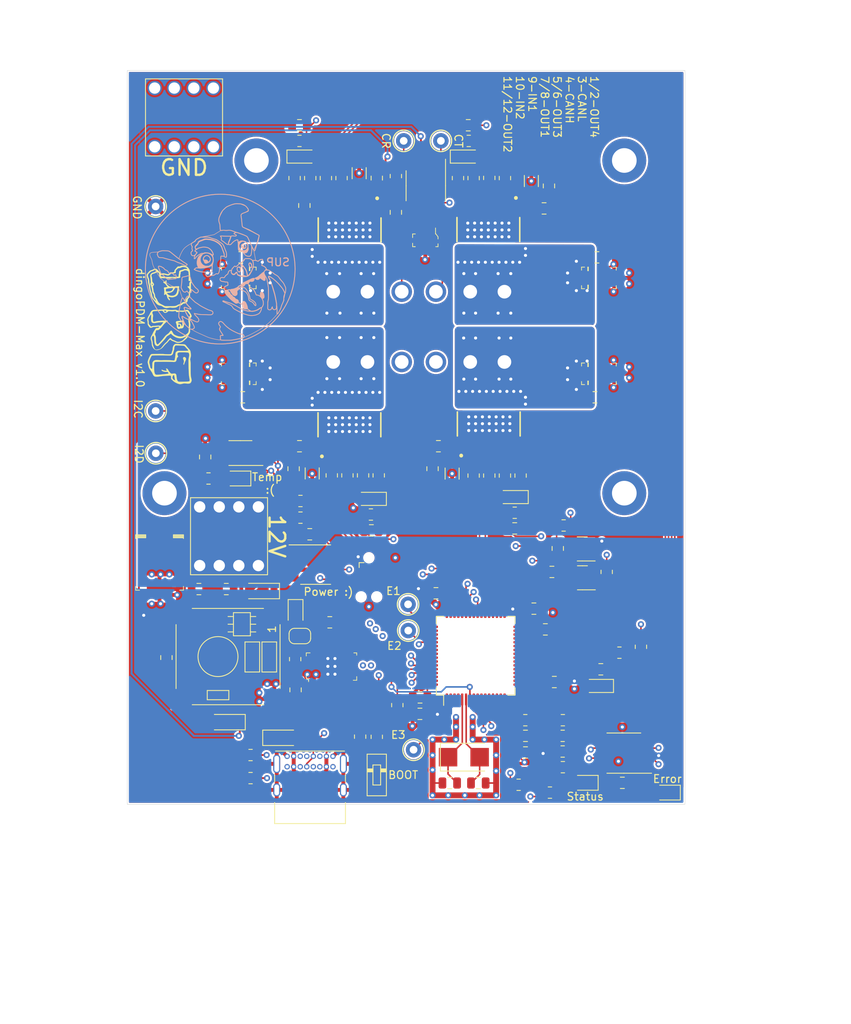
<source format=kicad_pcb>
(kicad_pcb (version 20221018) (generator pcbnew)
  (title_block (date "2020-11-03") (rev "v3"))
  (layers (0 "F.Cu" signal) (1 "In1.Cu" signal) (2 "In2.Cu" signal) (31 "B.Cu" signal) (34 "B.Paste" user) (35 "F.Paste" user) (36 "B.SilkS" user "B.Silkscreen") (37 "F.SilkS" user "F.Silkscreen") (38 "B.Mask" user) (39 "F.Mask" user) (44 "Edge.Cuts" user))
  (net 0 "")
  (net 1 "GND")
  (net 2 "/HighCurrentDrivers/sheet5F5A40B9/IS")
  (net 3 "/HighCurrentDrivers/sheet5F5A40BA/IS")
  (net 4 "+12V")
  (net 5 "INPUT2")
  (net 6 "INPUT1")
  (net 7 "/MCU/SWO")
  (net 8 "/MCU/SWCLK")
  (net 9 "/MCU/SWDIO")
  (net 10 "/MCU/CAN_TX")
  (net 11 "/MCU/CAN_RX")
  (net 12 "PF_OUT1")
  (net 13 "PF_IS1")
  (net 14 "PF_OUT2")
  (net 15 "PF_IS2")
  (net 17 "+3V3")
  (net 18 "CAN_H")
  (net 19 "CAN_L")
  (net 20 "PF_OUT4")
  (net 21 "PF_OUT3")
  (net 23 "/HighCurrentDrivers/sheet5F5A40BA1/IS")
  (net 24 "PF_IN1")
  (net 25 "PF_DEN1")
  (net 26 "PF_IN2")
  (net 27 "PF_DEN2")
  (net 28 "PF_IN3")
  (net 29 "PF_IN4")
  (net 32 "Net-(U8-GND)")
  (net 33 "Net-(U9-GND)")
  (net 34 "/HighCurrentDrivers/sheet5F5A40BA2/IS")
  (net 35 "/MCU/NRST")
  (net 36 "+5V")
  (net 37 "/MCU/BATT_SENSE")
  (net 38 "I2C1_SCL")
  (net 39 "I2C1_SDA")
  (net 40 "IN_1")
  (net 41 "IN_2")
  (net 42 "Net-(D5-A)")
  (net 43 "Net-(D20-K)")
  (net 44 "Net-(U4-VDDA)")
  (net 45 "Net-(U4-BOOT0)")
  (net 46 "Net-(U8-IN)")
  (net 47 "Net-(U8-DEN)")
  (net 48 "Net-(U8-IS)")
  (net 49 "Net-(U9-IN)")
  (net 50 "Net-(U9-DEN)")
  (net 51 "Net-(U9-IS)")
  (net 52 "PF_DEN3")
  (net 53 "PF_DEN4")
  (net 55 "PF_IS3")
  (net 56 "PF_IS4")
  (net 57 "Net-(U7B--)")
  (net 58 "Net-(SW1-B)")
  (net 59 "Net-(U7D--)")
  (net 73 "USB_D+")
  (net 74 "USB_VBUS")
  (net 75 "USB_D-")
  (net 80 "Net-(U4-PH0)")
  (net 81 "Net-(U4-PH1)")
  (net 82 "Net-(U4-VCAP_1)")
  (net 83 "Net-(U4-PC10)")
  (net 84 "Net-(U4-PC11)")
  (net 85 "Net-(U4-PC13)")
  (net 89 "Net-(JP1-B)")
  (net 96 "Net-(U4-PC0)")
  (net 97 "Net-(U4-PC1)")
  (net 98 "/MCU/CAN_STANDBY")
  (net 100 "Net-(U7A--)")
  (net 101 "Net-(U7C--)")
  (net 104 "Net-(D4-A)")
  (net 105 "Net-(U10-GND)")
  (net 106 "Net-(U11-GND)")
  (net 107 "Net-(D3-K)")
  (net 108 "Net-(D6-A)")
  (net 109 "Net-(D7-A)")
  (net 110 "Net-(D8-A)")
  (net 111 "Net-(D10-K)")
  (net 112 "Net-(D10-A)")
  (net 113 "Net-(D14-K)")
  (net 114 "Net-(D16-K)")
  (net 115 "Net-(D18-K)")
  (net 116 "Net-(J2-CC1)")
  (net 118 "Net-(J2-CC2)")
  (net 120 "Net-(U10-IN)")
  (net 121 "Net-(U10-DEN)")
  (net 122 "Net-(U10-IS)")
  (net 123 "Net-(U11-IN)")
  (net 124 "Net-(U11-DEN)")
  (net 125 "Net-(U11-IS)")
  (footprint "Resistor_SMD:R_0805_2012Metric" (layer "F.Cu") (at 9.144 19.304 -90)
    (fp_text reference "R22" hide)
    (fp_text value "4.7K" hide)
  )
  (footprint "Resistor_SMD:R_0805_2012Metric" (layer "F.Cu") (at 13.208 19.304 90)
    (fp_text reference "R25" hide)
    (fp_text value "4.7K" hide)
  )
  (footprint "Package_SO:SOIC-8_3.9x4.9mm_P1.27mm" (layer "F.Cu") (at -13.397 30.861)
    (fp_text reference "U5" hide)
    (fp_text value "MB85RC256V" hide)
  )
  (footprint "Crystals_Modify:Crystal_SMD_5032-2Pin_5.0x3.2mm_HandSoldering" (layer "F.Cu") (at 5.842 55.8546)
    (fp_text reference "Y1" hide)
    (fp_text value "8mHz" hide)
  )
  (footprint "Capacitor_SMD:C_0805_2012Metric" (layer "F.Cu") (at -22.86 9.144)
    (fp_text reference "C29" hide)
    (fp_text value "10nF" hide)
  )
  (footprint "Capacitor_SMD:C_0805_2012Metric" (layer "F.Cu") (at -6.162 26.416 180)
    (fp_text reference "C30" hide)
    (fp_text value "220pF" hide)
  )
  (footprint "Capacitor_SMD:C_0805_2012Metric" (layer "F.Cu") (at 22.86 9.144 180)
    (fp_text reference "C25" hide)
    (fp_text value "10nF" hide)
  )
  (footprint "Capacitor_SMD:C_0805_2012Metric" (layer "F.Cu") (at 12.446 26.162 180)
    (fp_text reference "C26" hide)
    (fp_text value "220pF" hide)
  )
  (footprint "Capacitor_SMD:C_0805_2012Metric" (layer "F.Cu") (at -15.494 15.494 180)
    (fp_text reference "C27" hide)
    (fp_text value "47nF" hide)
  )
  (footprint "Capacitor_SMD:C_0805_2012Metric" (layer "F.Cu") (at 17.272 31.811 180)
    (fp_text reference "C20" hide)
    (fp_text value "10nF" hide)
  )
  (footprint "RedCube:M6_Hole_8Pin_7461084" (layer "F.Cu") (at -24.638 27.178)
    (fp_text reference "J1" hide)
    (fp_text value "RedCubeTerminal" hide)
  )
  (footprint "Resistor_SMD:R_0805_2012Metric" (layer "F.Cu") (at 18.796 25.781)
    (fp_text reference "R15" hide)
    (fp_text value "4.7K" hide)
  )
  (footprint "Capacitor_SMD:C_0805_2012Metric" (layer "F.Cu") (at 14.9352 36.576)
    (fp_text reference "C12" hide)
    (fp_text value "100nF" hide)
  )
  (footprint "Package_SO:MSOP-8_3x3mm_P0.65mm" (layer "F.Cu") (at -23.1625 16.383 180)
    (fp_text reference "U6" hide)
    (fp_text value "MCP9808" hide)
  )
  (footprint "Capacitor_SMD:C_0805_2012Metric" (layer "F.Cu") (at 23.622 44.45 180)
    (fp_text reference "C1" hide)
    (fp_text value "100nF" hide)
  )
  (footprint "Diode_SMD:D_SOD-323_HandSoldering" (layer "F.Cu") (at 23.368 46.609 180)
    (fp_text reference "D1" hide)
    (fp_text value "3.3V" hide)
  )
  (footprint "Resistor_SMD:R_0805_2012Metric" (layer "F.Cu") (at 28.829 41.529 -90)
    (fp_text reference "R1" hide)
    (fp_text value "47K" hide)
  )
  (footprint "Resistor_SMD:R_0805_2012Metric" (layer "F.Cu") (at 26.035 42.291 180)
    (fp_text reference "R2" hide)
    (fp_text value "4.7K" hide)
  )
  (footprint "Capacitor_SMD:C_0805_2012Metric" (layer "F.Cu") (at -16.256 18.415 90)
    (fp_text reference "C28" hide)
    (fp_text value "100nF" hide)
  )
  (footprint "Profet:TSDSO-24" (layer "F.Cu") (at 8.9974 -12.6086 -90)
    (fp_text reference "U10" hide)
    (fp_text value "BTS70015-1ESP" hide)
  )
  (footprint "Capacitor_SMD:C_0805_2012Metric" (layer "F.Cu") (at 2.54 15.494 180)
    (fp_text reference "C23" hide)
    (fp_text value "47nF" hide)
  )
  (footprint "Capacitor_SMD:C_0805_2012Metric" (layer "F.Cu") (at 1.778 18.415 90)
    (fp_text reference "C24" hide)
    (fp_text value "100nF" hide)
  )
  (footprint "Resistor_SMD:R_0805_2012Metric" (layer "F.Cu") (at -7.239 19.2805 -90)
    (fp_text reference "R29" hide)
    (fp_text value "1.2K" hide)
  )
  (footprint "MountingHole:MountingHole_3.2mm_M3_ISO7380_Pad" (layer "F.Cu") (at -33.02 21.59)
    (fp_text reference "H1" hide)
    (fp_text value "M3" hide)
  )
  (footprint "Resistor_SMD:R_0805_2012Metric" (layer "F.Cu") (at 13.8195 51.054 180)
    (fp_text reference "FB1" hide)
    (fp_text value "Ferrite_Bead_Small" hide)
  )
  (footprint "Capacitor_SMD:C_0805_2012Metric" (layer "F.Cu") (at -2.982 -14.859 -90)
    (fp_text reference "C9" hide)
    (fp_text value "100nF" hide)
  )
  (footprint "MountingHole:MountingHole_3.2mm_M3_ISO7380_Pad" (layer "F.Cu") (at -21.082 -21.59)
    (fp_text reference "H3" hide)
    (fp_text value "M3" hide)
  )
  (footprint "Resistor_SMD:R_0805_2012Metric" (layer "F.Cu") (at 24.384 31.811 90)
    (fp_text reference "R16" hide)
    (fp_text value "4.7K" hide)
  )
  (footprint "Package_QFP:LQFP-64_10x10mm_P0.5mm" (layer "F.Cu") (at 7.378 42.6866 90)
    (fp_text reference "U4" hide)
    (fp_text value "STM32F446RETx" hide)
  )
  (footprint "Capacitor_SMD:C_0805_2012Metric" (layer "F.Cu") (at 18.034 28.763 -90)
    (fp_text reference "C21" hide)
    (fp_text value "10nF" hide)
  )
  (footprint "Resistor_SMD:R_0805_2012Metric" (layer "F.Cu") (at 12.446 24.13)
    (fp_text reference "R26" hide)
    (fp_text value "4.7K" hide)
  )
  (footprint "TestPoint:TestPoint_Keystone_5000-5004_Miniature" (layer "F.Cu") (at -34.163 -15.621)
    (fp_text reference "TP1" hide)
    (fp_text value "GND" hide)
  )
  (footprint "Capacitor_SMD:C_0805_2012Metric" (layer "F.Cu") (at 13.843 55.245 180)
    (fp_text reference "C17" hide)
    (fp_text value "1uF" hide)
  )
  (footprint "Deutsch_DT:DT15-12PA" (layer "F.Cu") (at 0 0 -90)
    (fp_text reference "J4" hide)
    (fp_text value "Conn_01x12" hide)
  )
  (footprint "CUI_Regulators:VXO78x-500-M" (layer "F.Cu") (at -24.765 42.799 -90)
    (fp_text reference "U1" hide)
    (fp_text value "VXO780x-500-M" hide)
  )
  (footprint "Package_SO:SOIC-8_3.9x4.9mm_P1.27mm" (layer "F.Cu") (at 0.9042 -18.3094 -90)
    (fp_text reference "U3" hide)
    (fp_text value "PCA82C250" hide)
  )
  (footprint "Resistor_SMD:R_0805_2012Metric" (layer "F.Cu") (at -9.271 19.2805 -90)
    (fp_text reference "R28" hide)
    (fp_text value "4.7K" hide)
  )
  (footprint "Capacitor_SMD:C_0805_2012Metric" (layer "F.Cu") (at -28.5496 34.036)
    (fp_text reference "C2" hide)
    (fp_text value "100nF" hide)
  )
  (footprint "Capacitor_SMD:C_0805_2012Metric" (layer "F.Cu") (at -24.9936 34.036 180)
    (fp_text reference "C3" hide)
    (fp_text value "10uF" hide)
  )
  (footprint "Capacitor_SMD:C_0805_2012Metric" (layer "F.Cu") (at -32.766 42.926 90)
    (fp_text reference "C4" hide)
    (fp_text value "22uF" hide)
  )
  (footprint "Capacitor_SMD:C_0805_2012Metric" (layer "F.Cu") (at -16.002 47.117 90)
    (fp_text reference "C5" hide)
    (fp_text value "100nF" hide)
  )
  (footprint "Capacitor_SMD:C_0805_2012Metric" (layer "F.Cu") (at -11.557 38.354 180)
    (fp_text reference "C6" hide)
    (fp_text value "10uF" hide)
  )
  (footprint "Capacitor_SMD:C_0805_2012Metric" (layer "F.Cu") (at 4.0132 59.2074 180)
    (fp_text reference "C7" hide)
    (fp_text value "27pF" hide)
  )
  (footprint "Capacitor_SMD:C_0805_2012Metric" (layer "F.Cu") (at 7.7216 59.2074)
    (fp_text reference "C8" hide)
    (fp_text value "27pF" hide)
  )
  (footprint "LED_SMD:LED_0805_2012Metric" (layer "F.Cu") (at -16.002 37.084 -90)
    (fp_text reference "D5" hide)
    (fp_text value "GRN" hide)
  )
  (footprint "digikey-footprints:SOT-23-3" (layer "F.Cu") (at 0.8432 -11.2284 -90)
    (fp_text reference "D9" hide)
    (fp_text value "NUP2105LT1G" hide)
  )
  (footprint "LED_SMD:LED_0805_2012Metric" (layer "F.Cu") (at -23.495 19.685 180)
    (fp_text reference "D10" hide)
    (fp_text value "RED" hide)
  )
  (footprint "Package_TO_SOT_SMD:SOT-23" (layer "F.Cu") (at 21.2344 32.573 180)
    (fp_text reference "D11" hide)
    (fp_text value "BAT54S" hide)
  )
  (footprint "Package_TO_SOT_SMD:SOT-23" (layer "F.Cu") (at 21.2113 28.829 180)
    (fp_text reference "D12" hide)
    (fp_text value "BAT54S" hide)
  )
  (footprint "Resistor_SMD:R_0805_2012Metric" (layer "F.Cu") (at -15.367 22.606 180)
    (fp_text reference "R12" hide)
    (fp_text value "10K" hide)
  )
  (footprint "Resistor_SMD:R_0805_2012Metric" (layer "F.Cu") (at -15.367 24.765 180)
    (fp_text reference "R13" hide)
    (fp_text value "10K" hide)
  )
  (footprint "Resistor_SMD:R_0805_2012Metric" (layer "F.Cu") (at -27.305 19.685 180)
    (fp_text reference "R14" hide)
    (fp_text value "120R" hide)
  )
  (footprint "DRTLogo:DRTLogo" (layer "F.Cu") (at -32.4104 -0.254 -90)
    (fp_text reference "G1" hide)
    (fp_text value "DRT_Logo" hide)
  )
  (footprint "Capacitor_SMD:C_0805_2012Metric" (layer "F.Cu") (at 0.1556 48.0968 180)
    (fp_text reference "C13" hide)
    (fp_text value "100nF" hide)
  )
  (footprint "Resistor_SMD:R_0805_2012Metric" (layer "F.Cu") (at 18.669 53.086)
    (fp_text reference "R19" hide)
    (fp_text value "120R" hide)
  )
  (footprint "Capacitor_SMD:C_0805_2012Metric" (layer "F.Cu") (at 16.256 -15.367)
    (fp_text reference "C31" hide)
    (fp_text value "47nF" hide)
  )
  (footprint "digikey-footprints:DO-214AC" (layer "F.Cu") (at -23.368 6.096 180)
    (fp_text reference "D15" hide)
    (fp_text value "BYG23M" hide)
  )
  (footprint "Diode_SMD:D_SOD-323_HandSoldering" (layer "F.Cu") (at 12.192 22.098 180)
    (fp_text reference "D14" hide)
    (fp_text value "3.3V" hide)
  )
  (footprint "Capacitor_SMD:C_0805_2012Metric" (layer "F.Cu") (at -15.494 -26.162)
    (fp_text reference "C38" hide)
    (fp_text value "220pF" hide)
  )
  (footprint "Capacitor_SMD:C_0805_2012Metric" (layer "F.Cu") (at 0.1404 50.2304 180)
    (fp_text reference "C15" hide)
    (fp_text value "4.7uF" hide)
  )
  (footprint "Resistor_SMD:R_0805_2012Metric" (layer "F.Cu") (at -16.129 -19.304 -90)
    (fp_text reference "R43" hide)
    (fp_text value "4.7K" hide)
  )
  (footprint "Resistor_SMD:R_0805_2012Metric" (layer "F.Cu") (at 11.176 -19.304 90)
    (fp_text reference "R33" hide)
    (fp_text value "4.7K" hide)
  )
  (footprint "LED_SMD:LED_0805_2012Metric" (layer "F.Cu") (at 21.59 59.182 180)
    (fp_text reference "D8" hide)
    (fp_text value "GRN" hide)
  )
  (footprint "Connector_USB:USB_C_Receptacle_GCT_USB4085" (layer "F.Cu") (at -17.0974 55.7412)
    (fp_text reference "J2" hide)
    (fp_text value "USB_C_Receptacle_USB2.0" hide)
  )
  (footprint "TestPoint:TestPoint_Keystone_5000-5004_Miniature" (layer "F.Cu") (at -0.6858 54.8894)
    (fp_text reference "TP2" hide)
    (fp_text value "E3")
  )
  (footprint "Capacitor_SMD:C_0805_2012Metric" (layer "F.Cu") (at 17.587 46.101)
    (fp_text reference "C11" hide)
    (fp_text value "100nF" hide)
  )
  (footprint "Resistor_SMD:R_0805_2012Metric" (layer "F.Cu") (at 11.176 19.304 -90)
    (fp_text reference "R23" hide)
    (fp_text value "1.2K" hide)
  )
  (footprint "Resistor_SMD:R_0805_2012Metric" (layer "F.Cu") (at -10.033 -19.304 90)
    (fp_text reference "R39" hide)
    (fp_text value "4.7K" hide)
  )
  (footprint "Resistor_SMD:R_0805_2012Metric" (layer "F.Cu") (at 6.477 -24.13 180)
    (fp_text reference "R38" hide)
    (fp_text value "4.7K" hide)
  )
  (footprint "Profet:TSDSO-24" (layer "F.Cu") (at -8.9846 12.6898 90)
    (fp_text reference "U9" hide)
    (fp_text value "BTS70015-1ESP" hide)
  )
  (footprint "Resistor_SMD:R_0805_2012Metric" (layer "F.Cu") (at -2.982 -19.5652 -90)
    (fp_text reference "R11" hide)
    (fp_text value "1K" hide)
  )
  (footprint "TestPoint:TestPoint_Keystone_5000-5004_Miniature" (layer "F.Cu") (at -34.1376 16.4084)
    (fp_text reference "TP8" hide)
    (fp_text value "I2C1_SDA" hide)
  )
  (footprint "Resistor_SMD:R_1206_3216Metric" (layer "F.Cu") (at 14.605 -18.923 -90)
    (fp_text reference "R36" hide)
    (fp_text value "47R 1/4W" hide)
  )
  (footprint "Capacitor_SMD:C_0805_2012Metric" (layer "F.Cu") (at -14.859 -15.748 -90)
    (fp_text reference "C36" hide)
    (fp_text value "100nF" hide)
  )
  (footprint "Resistor_SMD:R_0805_2012Metric" (layer "F.Cu") (at -7.62 53.1895 90)
    (fp_text reference "R4" hide)
    (fp_text value "4.7K" hide)
  )
  (footprint "digikey-footprints:DO-214AC" (layer "F.Cu") (at 23.368 -6.35)
    (fp_text reference "D17" hide)
    (fp_text value "BYG23M" hide)
  )
  (footprint "Resistor_SMD:R_0805_2012Metric" (layer "F.Cu") (at -21.844 55.5752 180)
    (fp_text reference "R7" hide)
    (fp_text value "5.1K" hide)
  )
  (footprint "Resistor_SMD:R_0805_2012Metric" (layer "F.Cu") (at 7.112 -19.304 90)
    (fp_text reference "R35" hide)
    (fp_text value "1.2K" hide)
  )
  (footprint "TestPoint:TestPoint_Keystone_5000-5004_Miniature" (layer "F.Cu") (at -34.163 10.922)
    (fp_text reference "TP7" hide)
    (fp_text value "I2C1_SCL" hide)
  )
  (footprint "Capacitor_SMD:C_0805_2012Metric" (layer "F.Cu") (at 26.416 59.182)
    (fp_text reference "C22" hide)
    (fp_text value "100nF" hide)
  )
  (footprint "TestPoint:TestPoint_Keystone_5000-5004_Miniature" (layer "F.Cu") (at -1.966 -24.1372)
    (fp_text reference "TP6" hide)
    (fp_text value "CAN_R" hide)
  )
  (footprint "Capacitor_SMD:C_0805_2012Metric" (layer "F.Cu") (at -14.158 26.924 180)
    (fp_text reference "C18" hide)
    (fp_text value "100nF" hide)
  )
  (footprint "Resistor_SMD:R_1206_3216Metric" (layer "F.Cu") (at -7.747 -19.939 -90)
    (fp_text reference "R42" hide)
    (fp_text value "47R 1/4W" hide)
  )
  (footprint "Jumper:SolderJumper-2_P1.3mm_Bridged_RoundedPad1.0x1.5mm" (layer "F.Cu") (at -15.4432 40.132)
    (fp_text reference "JP1" hide)
    (fp_text value "PowerLED_Jumper" hide)
  )
  (footprint "Capacitor_SMD:C_0805_2012Metric" (layer "F.Cu") (at -27.7345 16.891 90)
    (fp_text reference "C19" hide)
    (fp_text value "1uF" hide)
  )
  (footprint "Capacitor_SMD:C_0805_2012Metric" (layer "F.Cu") (at -5.461 -19.304 -90)
    (fp_text reference "C35" hide)
    (fp_text value "47nF" hide)
  )
  (footprint "Capacitor_SMD:C_0805_2012Metric" (layer "F.Cu") (at -23.114 -9.017)
    (fp_text reference "C37" hide)
    (fp_text value "10nF" hide)
  )
  (footprint "digikey-footprints:DO-214AC" (layer "F.Cu") (at 23.368 6.096)
    (fp_text reference "D13" hide)
    (fp_text value "BYG23M" hide)
  )
  (footprint "Profet:TSDSO-24" (layer "F.Cu") (at 9.1002 12.5882 90)
    (fp_text reference "U8" hide)
    (fp_text value "BTS70015-1ESP" hide)
  )
  (footprint "Diode_SMD:D_SOD-123" (layer "F.Cu") (at -20.448 34.29 180)
    (fp_text reference "D3" hide)
    (fp_text value "Schottky" hide)
  )
  (footprint "Resistor_SMD:R_0805_2012Metric" (layer "F.Cu") (at -2.794 49.0982 90)
    (fp_text reference "R10" hide)
    (fp_text value "10K" hide)
  )
  (footprint "LED_SMD:LED_0805_2012Metric" (layer "F.Cu") (at 32.258 60.452 180)
    (fp_text reference "D7" hide)
    (fp_text value "RED" hide)
  )
  (footprint "Resistor_SMD:R_0805_2012Metric" (layer "F.Cu") (at 18.669 55.118)
    (fp_text reference "R17" hide)
    (fp_text value "120R" hide)
  )
  (footprint "digikey-footprints:SOT-223" (layer "F.Cu") (at -11.3386 44.094)
    (fp_text reference "U2" hide)
    (fp_text value "LD1117S33CTR" hide)
  )
  (footprint "Resistor_SMD:R_1206_3216Metric" (layer "F.Cu") (at -13.843 19.0265 90)
    (fp_text reference "R30" hide)
    (fp_text value "47R 1/4W" hide)
  )
  (footprint "Resistor_SMD:R_0805_2012Metric" (layer "F.Cu") (at -11.303 19.2805 -90)
    (fp_text reference "R27" hide)
    (fp_text value "4.7K" hide)
  )
  (footprint "TestPoint:TestPoint_Keystone_5000-5004_Miniature" (layer "F.Cu") (at 2.86 -24.1372)
    (fp_text reference "TP5" hide)
    (fp_text value "CAN_T" hide)
  )
  (footprint "Diode_SMD:D_SOD-123" (layer "F.Cu") (at -17.906 53.34)
    (fp_text reference "D6" hide)
    (fp_text value "Schottky" hide)
  )
  (footprint "Capacitor_SMD:C_0805_2012Metric" (layer "F.Cu") (at 6.411 -26.162)
    (fp_text reference "C34" hide)
    (fp_text value "220pF" hide)
  )
  (footprint "Resistor_SMD:R_0805_2012Metric" (layer "F.Cu") (at -12.065 -19.304 90)
    (fp_text reference "R40" hide)
    (fp_text value "4.7K" hide)
  )
  (footprint "Diode_SMD:D_SOD-323_HandSoldering" (layer "F.Cu") (at 6.096 -22.098)
    (fp_text reference "D18" hide)
    (fp_text value "3.3V" hide)
  )
  (footprint "TestPoint:TestPoint_Keystone_5000-5004_Miniature" (layer "F.Cu") (at -1.397 36.0172)
    (fp_text reference "TP4" hide)
    (fp_text value "E1")
  )
  (footprint "Capacitor_SMD:C_0805_2012Metric" (layer "F.Cu") (at 13.843 53.086 180)
    (fp_text reference "C16" hide)
    (fp_text value "100nF" hide)
  )
  (footprint "Resistor_SMD:R_0805_2012Metric" (layer "F.Cu") (at -16.0528 43.1292 -90)
    (fp_text reference "R3" hide)
    (fp_text value "120R" hide)
  )
  (footprint "Resistor_SMD:R_0805_2012Metric" (layer "F.Cu") (at -6.223 24.3605)
    (fp_text reference "R32" hide)
    (fp_text value "4.7K" hide)
  )
  (footprint "MountingHole:MountingHole_3.2mm_M3_ISO7380_Pad" (layer "F.Cu") (at 26.67 -21.59)
    (fp_text reference "H2" hide)
    (fp_text value "M3" hide)
  )
  (footprint "Profet:TSDSO-24" (layer "F.Cu") (at -9.0112 -12.5578 -90)
    (fp_text reference "U11" hide)
    (fp_text value "BTS70015-1ESP" hide)
  )
  (footprint "digikey-footprints:DO-214AB_TVS" (layer "F.Cu") (at -33.655 30.586 -90)
    (fp_text reference "D2" hide)
    (fp_text value "SMCJ20CA" hide)
  )
  (footprint "SlideSwitch:CJS-1200TB" (layer "F.Cu") (at -5.461 58.166 90)
    (fp_text reference "SW1" hide)
    (fp_text value "BOOT")
  )
  (footprint "Resistor_SMD:R_0805_2012Metric" (layer "F.Cu") (at -15.494 -24.13 180)
    (fp_text reference "R44" hide)
    (fp_text value "4.7K" hide)
  )
  (footprint "Resistor_SMD:R_0805_2012Metric" (layer "F.Cu") (at -14.097 -19.304 90)
    (fp_text reference "R41" hide)
    (fp_text value "1.2K" hide)
  )
  (footprint "Resistor_SMD:R_0805_2012Metric" (layer "F.Cu") (at 18.6925 57.15)
    (fp_text reference "R18" hide)
    (fp_text value "120R" hide)
  )
  (footprint "Diode_SMD:D_SOD-323_HandSoldering" (layer "F.Cu") (at -15.113 -22.098)
    (fp_text reference "D20" hide)
    (fp_text value "3.3V" hide)
  )
  (footprint "Resistor_SMD:R_0805_2012Metric" (layer "F.Cu") (at 9.144 -19.3275 90)
    (fp_text reference "R34" hide)
    (fp_text value "4.7K" hide)
  )
  (footprint "Resistor_SMD:R_0805_2012Metric" (layer "F.Cu") (at 17.018 60.452)
    (fp_text reference "R8" hide)
    (fp_text value "120R" hide)
  )
  (footprint "digikey-footprints:DO-214AC" (layer "F.Cu") (at -23.368 -6.35 180)
    (fp_text reference "D19" hide)
    (fp_text value "BYG23M" hide)
  )
  (footprint "TestPoint:TestPoint_Keystone_5000-5004_Miniature" (layer "F.Cu") (at -1.3716 39.4208)
    (fp_text reference "TP3" hide)
    (fp_text value "E2")
  )
  (footprint "Diode_SMD:D_SOD-123" (layer "F.Cu") (at -24.892 51.308 180)
    (fp_text reference "D4" hide)
    (fp_text value "Schottky" hide)
  )
  (footprint "Capacitor_SMD:C_0805_2012Metric" (layer "F.Cu") (at 2.2232 34.584)
    (fp_text reference "C14" hide)
    (fp_text value "100nF" hide)
  )
  (footprint "Resistor_SMD:R_0805_2012Metric" (layer "F.Cu") (at 5.08 -19.304 -90)
    (fp_text reference "R37" hide)
    (fp_text value "4.7K" hide)
  )
  (footprint "Resistor_SMD:R_0805_2012Metric" (layer "F.Cu") (at 7.112 19.304 -90)
    (fp_text reference "R21" hide)
    (fp_text value "4.7K" hide)
  )
  (footprint "Resistor_SMD:R_0805_2012Metric" (layer "F.Cu") (at 12.954 59.436)
    (fp_text reference "R9" hide)
    (fp_text value "120R" hide)
  )
  (footprint "Resistor_SMD:R_1206_3216Metric" (layer "F.Cu") (at 4.318 19.05 90)
    (fp_text reference "R24" hide)
    (fp_text value "47R 1/4W" hide)
  )
  (footprint "MountingHole:MountingHole_3.2mm_M3_ISO7380_Pad" (layer "F.Cu") (at 26.67 21.59)
    (fp_text reference "H4" hide)
    (fp_text value "M3" hide)
  )
  (footprint "Resistor_SMD:R_0805_2012Metric" (layer "F.Cu") (at 18.6925 51.054)
    (fp_text reference "R20" hide)
    (fp_text value "120R" hide)
  )
  (footprint "Diode_SMD:D_SOD-323_HandSoldering" (layer "F.Cu") (at -6.223 22.3285 180)
    (fp_text reference "D16" hide)
    (fp_text value "3.3V" hide)
  )
  (footprint "Resistor_SMD:R_0805_2012Metric" (layer "F.Cu") (at -21.8421 58.5724 180)
    (fp_text reference "R6" hide)
    (fp_text value "5.1K" hide)
  )
  (footprint "Capacitor_SMD:C_0805_2012Metric" (layer "F.Cu") (at 23.114 -9.017 180)
    (fp_text reference "C33" hide)
    (fp_text value "10nF" hide)
  )
  (footprint "RedCube:M6_Hole_8Pin_7461084" (layer "F.Cu") (at -30.48 -27.178)
    (fp_text reference "J3" hide)
    (fp_text value "RedCubeTerminal" hide)
  )
  (footprint "Capacitor_SMD:C_0805_2012Metric" (layer "F.Cu") (at 16.891 -18.288 -90)
    (fp_text reference "C32" hide)
    (fp_text value "100nF" hide)
  )
  (footprint "Capacitor_SMD:C_0805_2012Metric" (layer "F.Cu") (at 16.4236 39.2684)
    (fp_text reference "C10" hide)
    (fp_text value "4.7uF" hide)
  )
  (footprint "Connector:Tag-Connect_TC2030-IDC-NL_2x03_P1.27mm_Vertical" (layer "F.Cu") (at -6.477 32.512 -90)
    (fp_text reference "J5" hide)
    (fp_text value "TC" hide)
  )
  (footprint "Resistor_SMD:R_0805_2012Metric" (layer "F.Cu") (at -5.461 53.213 -90)
    (fp_text reference "R5" hide)
    (fp_text value "10K" hide)
  )
  (footprint "Package_SO:TSSOP-14_4.4x5mm_P0.65mm" (layer "F.Cu") (at 26.6115 55.327 180)
    (fp_text reference "U7" hide)
    (fp_text value "LM324" hide)
  )
  (footprint "Resistor_SMD:R_0805_2012Metric" (layer "F.Cu") (at -5.207 19.2805 90)
    (fp_text reference "R31" hide)
    (fp_text value "4.7K" hide)
  )
  (footprint "DRTLogo:DingoFaceNoFill" (layer "B.Cu") (at -25.781 -7.493 180)
    (fp_text reference "G2" hide)
    (fp_text value "DingoFace" hide)
  )
  (gr_rect (start -37.846 -33.274) (end 34.544 61.976) (stroke (width 0.05)) (fill none) (layer "Edge.Cuts"))
  (gr_text "SUP" (at -18.288 -8.382) (layer "B.SilkS") (effects (font (size 1.016 1.016) (thickness 0.1524)) (justify mirror)))
  (gr_text "Temp \n:(" (at -19.304 20.32) (layer "F.SilkS") (effects (font (size 1.016 1.016) (thickness 0.1524))))
  (gr_text "Power :)" (at -11.7348 34.3916) (layer "F.SilkS") (effects (font (size 1.016 1.016) (thickness 0.1524))))
  (gr_text "12V" (at -19.638 27.178 270) (layer "F.SilkS") (effects (font (size 2.032 2.032) (thickness 0.3048)) (justify bottom)))
  (gr_text "Status" (at 21.59 60.96) (layer "F.SilkS") (effects (font (size 1.016 1.016) (thickness 0.1524))))
  (gr_text "CT" (at 5.146 -24.1372 -90) (layer "F.SilkS") (effects (font (size 1.016 1.016) (thickness 0.1524))))
  (gr_text "CR" (at -4.252 -24.1372 -90) (layer "F.SilkS") (effects (font (size 1.016 1.016) (thickness 0.1524))))
  (gr_text "dingoPDM-Max v1.0" (at -36.195 0.127 270) (layer "F.SilkS") (effects (font (size 1.016 1.016) (thickness 0.1524))))
  (gr_text "GND" (at -36.576 -15.494 -90) (layer "F.SilkS") (effects (font (size 1.016 1.016) (thickness 0.1524))))
  (gr_text "I2C" (at -36.449 10.668 -90) (layer "F.SilkS") (effects (font (size 1.016 1.016) (thickness 0.1524))))
  (gr_text "GND" (at -30.48 -21.844) (layer "F.SilkS") (effects (font (size 2.032 2.032) (thickness 0.3048)) (justify top)))
  (gr_text "Error" (at 32.258 58.674) (layer "F.SilkS") (effects (font (size 1.016 1.016) (thickness 0.1524))))
  (gr_text "1/2-OUT4\n3-CANL\n4-CANH\n5/6-OUT3\n7/8-OUT1\n9-IN1\n10-IN2\n11/12-OUT2" (at 10.922 -32.639 270) (layer "F.SilkS") (effects (font (size 1 1)) (justify left bottom)))
  (gr_text "I2D" (at -36.322 16.51 -90) (layer "F.SilkS") (effects (font (size 1.016 1.016) (thickness 0.1524))))
  (segment (start -31.369 34.798) (end -32.903 34.798) (width 0.508) (layer "F.Cu") (net 1))
  (segment (start 4.128 37.0116) (end 4.128 35.5388) (width 0.2032) (layer "F.Cu") (net 1))
  (segment (start -0.8096 51.7874) (end -0.8382 51.816) (width 0.2032) (layer "F.Cu") (net 1))
  (segment (start -13.6386 47.244) (end -13.6386 45.3886) (width 0.508) (layer "F.Cu") (net 1))
  (segment (start -0.8096 50.2304) (end -0.8096 51.7874) (width 0.2032) (layer "F.Cu") (net 1))
  (segment (start 3.1732 34.584) (end 3.1732 35.0792) (width 0.381) (layer "F.Cu") (net 1))
  (segment (start 1.778 53.5686) (end 1.778 55.6006) (width 0.762) (layer "F.Cu") (net 1))
  (segment (start 12.893 55.692) (end 13.716 56.515) (width 0.2032) (layer "F.Cu") (net 1))
  (segment (start 3.1732 35.3078) (end 2.439207 36.041793) (width 0.508) (layer "F.Cu") (net 1))
  (segment (start -7.112 33.782) (end -6.482688 34.411312) (width 0.2032) (layer "F.Cu") (net 1))
  (segment (start 10.033 55.6006) (end 10.033 53.5686) (width 0.762) (layer "F.Cu") (net 1))
  (segment (start 3.1732 35.0792) (end 3.1732 35.3078) (width 0.508) (layer "F.Cu") (net 1))
  (segment (start -8.509 21.463) (end -8.509 23.495) (width 0.2) (layer "F.Cu") (net 1))
  (segment (start 6.985 51.9176) (end 6.985 50.649214) (width 0.762) (layer "F.Cu") (net 1))
  (segment (start 1.778 59.1566) (end 1.778 60.8076) (width 0.762) (layer "F.Cu") (net 1))
  (segment (start -7.239 20.193) (end -8.509 21.463) (width 0.2) (layer "F.Cu") (net 1))
  (segment (start 3.0632 59.2074) (end 1.8288 59.2074) (width 0.2032) (layer "F.Cu") (net 1))
  (segment (start -13.6386 45.3886) (end -13.3604 45.1104) (width 0.508) (layer "F.Cu") (net 1))
  (segment (start 10.033 59.1566) (end 10.033 57.6326) (width 0.762) (layer "F.Cu") (net 1))
  (segment (start 8.6716 59.2074) (end 9.9822 59.2074) (width 0.2032) (layer "F.Cu") (net 1))
  (segment (start -19.685 46.355) (end -18.542 46.355) (width 0.508) (layer "F.Cu") (net 1))
  (segment (start 4.826 53.5686) (end 3.302 53.5686) (width 0.762) (layer "F.Cu") (net 1))
  (segment (start 0.8432 -10.1784) (end 0.8432 -8.7884) (width 0.25) (layer "F.Cu") (net 1))
  (segment (start -32.903 34.798) (end -33.665 34.036) (width 0.508) (layer "F.Cu") (net 1))
  (segment (start 1.703 45.9366) (end 0.890882 45.9366) (width 0.381) (layer "F.Cu") (net 1))
  (segment (start 2.439207 36.041793) (end 2.210607 36.041793) (width 0.508) (layer "F.Cu") (net 1))
  (segment (start 6.985 53.5686) (end 6.985 51.9176) (width 0.762) (layer "F.Cu") (net 1))
  (segment (start 7.874 60.8076) (end 10.033 60.8076) (width 0.762) (layer "F.Cu") (net 1))
  (segment (start 5.969 60.8076) (end 7.874 60.8076) (width 0.762) (layer "F.Cu") (net 1))
  (segment (start -13.3604 45.1104) (end -14.478 45.1104) (width 0.508) (layer "F.Cu") (net 1))
  (segment (start 1.8288 59.2074) (end 1.778 59.1566) (width 0.2032) (layer "F.Cu") (net 1))
  (segment (start -33.528 32.131) (end -32.385 32.131) (width 0.508) (layer "F.Cu") (net 1))
  (segment (start 3.81 60.8076) (end 5.969 60.8076) (width 0.762) (layer "F.Cu") (net 1))
  (segment (start 4.826 51.9176) (end 4.826 50.6476) (width 0.762) (layer "F.Cu") (net 1))
  (segment (start 1.778 60.8076) (end 3.81 60.8076) (width 0.762) (layer "F.Cu") (net 1))
  (segment (start 4.128 35.5388) (end 3.1732 34.584) (width 0.2032) (layer "F.Cu") (net 1))
  (segment (start 9.128 48.3616) (end 9.128 49.397926) (width 0.2032) (layer "F.Cu") (net 1))
  (segment (start 8.509 53.5686) (end 6.985 53.5686) (width 0.762) (layer "F.Cu") (net 1))
  (segment (start 1.778 57.5056) (end 1.778 59.1566) (width 0.762) (layer "F.Cu") (net 1))
  (segment (start -20.701 48.641) (end -20.701 47.498) (width 0.508) (layer "F.Cu") (net 1))
  (segment (start -34.671 35.941) (end -33.528 35.941) (width 0.508) (layer "F.Cu") (net 1))
  (segment (start 10.033 53.5686) (end 8.509 53.5686) (width 0.762) (layer "F.Cu") (net 1))
  (segment (start 1.778 55.6006) (end 1.778 57.5056) (width 0.762) (layer "F.Cu") (net 1))
  (segment (start 0.8432 -8.7884) (end 0.7772 -8.7224) (width 0.25) (layer "F.Cu") (net 1))
  (segment (start 12.816074 53.086) (end 12.893 53.086) (width 0.2032) (layer "F.Cu") (net 1))
  (segment (start 0.890882 45.9366) (end -0.7944 47.621882) (width 0.381) (layer "F.Cu") (net 1))
  (segment (start -6.482688 34.411312) (end -6.482688 36.318713) (width 0.2032) (layer "F.Cu") (net 1))
  (segment (start 12.893 55.245) (end 12.893 55.692) (width 0.2032) (layer "F.Cu") (net 1))
  (segment (start 4.826 51.9176) (end 4.826 53.5686) (width 0.762) (layer "F.Cu") (net 1))
  (segment (start 10.033 60.8076) (end 10.033 59.1566) (width 0.762) (layer "F.Cu") (net 1))
  (segment (start -34.671 32.131) (end -33.528 32.131) (width 0.508) (layer "F.Cu") (net 1))
  (segment (start -0.7944 47.621882) (end -0.7944 48.0968) (width 0.381) (layer "F.Cu") (net 1))
  (segment (start 9.9822 59.2074) (end 10.033 59.1566) (width 0.2032) (layer "F.Cu") (net 1))
  (segment (start 9.128 49.397926) (end 12.816074 53.086) (width 0.2032) (layer "F.Cu") (net 1))
  (segment (start 10.033 57.6326) (end 10.033 55.6006) (width 0.762) (layer "F.Cu") (net 1))
  (segment (start 3.302 53.5686) (end 1.778 53.5686) (width 0.762) (layer "F.Cu") (net 1))
  (segment (start 6.985 50.649214) (end 6.984193 50.648407) (width 0.762) (layer "F.Cu") (net 1))
  (via (at 6.985 51.9176) (size 0.8) (drill 0.4) (layers "F.Cu" "B.Cu") (net 1))
  (via (at -25.527 -8.128) (size 0.8) (drill 0.4) (layers "F.Cu" "B.Cu") (net 1))
  (via (at -27.432 -5.588) (size 0.8) (drill 0.4) (layers "F.Cu" "B.Cu") (net 1))
  (via (at 27.305 6.604) (size 0.8) (drill 0.4) (layers "F.Cu" "B.Cu") (net 1))
  (via (at 20.193 46.99) (size 0.8) (drill 0.4) (layers "F.Cu" "B.Cu") (net 1))
  (via (at -13.3604 45.1104) (size 0.8) (drill 0.4) (layers "F.Cu" "B.Cu") (net 1))
  (via (at 10.033 57.6326) (size 0.8) (drill 0.4) (layers "F.Cu" "B.Cu") (net 1))
  (via (at -34.671 32.131) (size 0.8) (drill 0.4) (layers "F.Cu" "B.Cu") (net 1))
  (via (at -27.432 6.604) (size 0.8) (drill 0.4) (layers "F.Cu" "B.Cu") (net 1))
  (via (at 3.81 60.8076) (size 0.8) (drill 0.4) (layers "F.Cu" "B.Cu") (net 1))
  (via (at -0.8382 51.816) (size 0.8) (drill 0.4) (layers "F.Cu" "B.Cu") (net 1))
  (via (at -25.527 7.874) (size 0.8) (drill 0.4) (layers "F.Cu" "B.Cu") (net 1))
  (via (at -19.685 46.355) (size 0.8) (drill 0.4) (layers "F.Cu" "B.Cu") (net 1))
  (via (at -33.528 32.131) (size 0.8) (drill 0.4) (layers "F.Cu" "B.Cu") (net 1))
  (via (at 27.305 -5.588) (size 0.8) (drill 0.4) (layers "F.Cu" "B.Cu") (net 1))
  (via (at 10.033 55.6006) (size 0.8) (drill 0.4) (layers "F.Cu" "B.Cu") (net 1))
  (via (at 27.305 5.207) (size 0.8) (drill 0.4) (layers "F.Cu" "B.Cu") (net 1))
  (via (at 14.605 -18.923) (size 0.8) (drill 0.4) (layers "F.Cu" "B.Cu") (net 1))
  (via (at -3.048 29.972) (size 0.8) (drill 0.4) (layers "F.Cu" "B.Cu") (net 1))
  (via (at -20.701 47.498) (size 0.8) (drill 0.4) (layers "F.Cu" "B.Cu") (net 1))
  (via (at -18.542 46.355) (size 0.8) (drill 0.4) (layers "F.Cu" "B.Cu") (net 1))
  (via (at 25.273 4.318) (size 0.8) (drill 0.4) (layers "F.Cu" "B.Cu") (net 1))
  (via (at -33.528 35.941) (size 0.8) (drill 0.4) (layers "F.Cu" "B.Cu") (net 1))
  (via (at 4.826 50.6476) (size 0.8) (drill 0.4) (layers "F.Cu" "B.Cu") (net 1))
  (via (at 2.210607 36.041793) (size 0.8) (drill 0.4) (layers "F.Cu" "B.Cu") (net 1))
  (via (at 27.305 -6.985) (size 0.8) (drill 0.4) (layers "F.Cu" "B.Cu") (net 1))
  (via (at 1.778 57.5056) (size 0.8) (drill 0.4) (layers "F.Cu" "B.Cu") (net 1))
  (via (at 6.985 53.5686) (size 0.8) (drill 0.4) (layers "F.Cu" "B.Cu") (net 1))
  (via (at -31.369 34.798) (size 0.8) (drill 0.4) (layers "F.Cu" "B.Cu") (net 1))
  (via (at 10.033 53.5686) (size 0.8) (drill 0.4) (layers "F.Cu" "B.Cu") (net 1))
  (via (at -6.482688 36.318713) (size 0.8) (drill 0.4) (layers "F.Cu" "B.Cu") (net 1))
  (via (at -27.432 5.207) (size 0.8) (drill 0.4) (layers "F.Cu" "B.Cu") (net 1))
  (via (at 6.984193 50.648407) (size 0.8) (drill 0.4) (layers "F.Cu" "B.Cu") (net 1))
  (via (at -8.509 23.495) (size 0.8) (drill 0.4) (layers "F.Cu" "B.Cu") (net 1))
  (via (at 25.273 -8.128) (size 0.8) (drill 0.4) (layers "F.Cu" "B.Cu") (net 1))
  (via (at 0.8026 -8.7224) (size 0.8) (drill 0.4) (layers "F.Cu" "B.Cu") (net 1))
  (via (at 1.778 53.5686) (size 0.8) (drill 0.4) (layers "F.Cu" "B.Cu") (net 1))
  (via (at 13.716 56.515) (size 0.8) (drill 0.4) (layers "F.Cu" "B.Cu") (net 1))
  (via (at -14.478 45.1104) (size 0.8) (drill 0.4) (layers "F.Cu" "B.Cu") (net 1))
  (via (at -25.527 -4.572) (size 0.8) (drill 0.4) (layers "F.Cu" "B.Cu") (net 1))
  (via (at -34.671 35.941) (size 0.8) (drill 0.4) (layers "F.Cu" "B.Cu") (net 1))
  (via (at -7.747 -19.939) (size 0.8) (drill 0.4) (layers "F.Cu" "B.Cu") (net 1))
  (via (at -20.701 48.641) (size 0.8) (drill 0.4) (layers "F.Cu" "B.Cu") (net 1))
  (via (at 1.778 60.8076) (size 0.8) (drill 0.4) (layers "F.Cu" "B.Cu") (net 1))
  (via (at 26.416 51.943) (size 0.8) (drill 0.4) (layers "F.Cu" "B.Cu") (net 1))
  (via (at -32.385 32.131) (size 0.8) (drill 0.4) (layers "F.Cu" "B.Cu") (net 1))
  (via (at 4.826 53.5686) (size 0.8) (drill 0.4) (layers "F.Cu" "B.Cu") (net 1))
  (via (at -13.843 19.05) (size 0.8) (drill 0.4) (layers "F.Cu" "B.Cu") (net 1))
  (via (at 10.033 60.8076) (size 0.8) (drill 0.4) (layers "F.Cu" "B.Cu") (net 1))
  (via (at 4.826 51.9176) (size 0.8) (drill 0.4) (layers "F.Cu" "B.Cu") (net 1))
  (via (at 5.969 60.8076) (size 0.8) (drill 0.4) (layers "F.Cu" "B.Cu") (net 1))
  (via (at 25.273 -4.572) (size 0.8) (drill 0.4) (layers "F.Cu" "B.Cu") (net 1))
  (via (at 8.509 53.5686) (size 0.8) (drill 0.4) (layers "F.Cu" "B.Cu") (net 1))
  (via (at 4.318 19.05) (size 0.8) (drill 0.4) (layers "F.Cu" "B.Cu") (net 1))
  (via (at 17.399 37.084) (size 0.8) (drill 0.4) (layers "F.Cu" "B.Cu") (net 1))
  (via (at -25.527 4.318) (size 0.8) (drill 0.4) (layers "F.Cu" "B.Cu") (net 1))
  (via (at -27.432 -6.985) (size 0.8) (drill 0.4) (layers "F.Cu" "B.Cu") (net 1))
  (via (at 1.778 55.6006) (size 0.8) (drill 0.4) (layers "F.Cu" "B.Cu") (net 1))
  (via (at 25.908 56.388) (size 0.8) (drill 0.4) (layers "F.Cu" "B.Cu") (net 1))
  (via (at 3.302 53.5686) (size 0.8) (drill 0.4) (layers "F.Cu" "B.Cu") (net 1))
  (via (at 7.874 60.8076) (size 0.8) (drill 0.4) (layers "F.Cu" "B.Cu") (net 1))
  (via (at 25.273 7.874) (size 0.8) (drill 0.4) (layers "F.Cu" "B.Cu") (net 1))
  (via (at -27.686 14.478) (size 0.8) (drill 0.4) (layers "F.Cu" "B.Cu") (net 1))
  (segment (start 15.862798 27.1902) (end 15.874999 27.177999) (width 0.2) (layer "F.Cu") (net 2))
  (segment (start 11.5335 26.1245) (end 11.496 26.162) (width 0.2) (layer "F.Cu") (net 2))
  (segment (start 23.749 54.677) (end 22.502 54.677) (width 0.2032) (layer "F.Cu") (net 2))
  (segment (start 22.502 54.677) (end 22.315 54.864) (width 0.2032) (layer "F.Cu") (net 2))
  (segment (start 12.5242 27.1902) (end 15.862798 27.1902) (width 0.2) (layer "F.Cu") (net 2))
  (segment (start 11.5335 24.13) (end 11.5335 26.1245) (width 0.2) (layer "F.Cu") (net 2))
  (segment (start 11.496 26.162) (end 12.5242 27.1902) (width 0.2) (layer "F.Cu") (net 2))
  (via (at 15.874999 27.177999) (size 0.8) (drill 0.4) (layers "F.Cu" "B.Cu") (net 2))
  (via (at 22.315 54.864) (size 0.8) (drill 0.4) (layers "F.Cu" "B.Cu") (net 2))
  (segment (start 22.128 55.977) (end 22.098 56.007) (width 0.2032) (layer "F.Cu") (net 3))
  (segment (start -7.112 26.416) (end -5.968998 27.559002) (width 0.2) (layer "F.Cu") (net 3))
  (segment (start 23.749 55.977) (end 22.128 55.977) (width 0.2032) (layer "F.Cu") (net 3))
  (segment (start -7.1355 26.3925) (end -7.112 26.416) (width 0.2) (layer "F.Cu") (net 3))
  (segment (start -7.1355 24.3605) (end -7.1355 26.3925) (width 0.2) (layer "F.Cu") (net 3))
  (segment (start -5.968998 27.559002) (end -3.302 27.559002) (width 0.2) (layer "F.Cu") (net 3))
  (via (at 22.098 56.007) (size 0.8) (drill 0.4) (layers "F.Cu" "B.Cu") (net 3))
  (via (at -3.302 27.559002) (size 0.8) (drill 0.4) (layers "F.Cu" "B.Cu") (net 3))
  (segment (start -14.539 13.589) (end -16.444 15.494) (width 0.2) (layer "F.Cu") (net 4))
  (segment (start 6.477 13.462) (end 3.622 13.462) (width 0.2) (layer "F.Cu") (net 4))
  (segment (start -13.523 -13.462) (end -14.859 -14.798) (width 0.2) (layer "F.Cu") (net 4))
  (segment (start -33.655 27.136) (end -32.216 27.136) (width 1.7526) (layer "F.Cu") (net 4))
  (segment (start -23.368 33.3604) (end -24.0436 34.036) (width 0.2032) (layer "F.Cu") (net 4))
  (segment (start -4.699 -17.592) (end -5.461 -18.354) (width 0.2) (layer "F.Cu") (net 4))
  (segment (start -16.444 15.494) (end -16.256 15.682) (width 0.2) (layer "F.Cu") (net 4))
  (segment (start 3.622 13.462) (end 1.59 15.494) (width 0.2) (layer "F.Cu") (net 4))
  (segment (start 11.684 -13.462) (end 15.301 -13.462) (width 0.2) (layer "F.Cu") (net 4))
  (segment (start 1.59 15.494) (end 1.778 15.682) (width 0.2) (layer "F.Cu") (net 4))
  (segment (start -20.828 33.02) (end -22.098 34.29) (width 0.762) (layer "F.Cu") (net 4))
  (segment (start 8.6316 12.1868) (end 9.0736 12.6288) (width 0.25) (layer "F.Cu") (net 4))
  (segment (start 1.778 15.682) (end 1.778 17.465) (width 0.2) (layer "F.Cu") (net 4))
  (segment (start -28.448 32.9844) (end -28.448 30.988) (width 0.2032) (layer "F.Cu") (net 4))
  (segment (start -5.878057 -13.462) (end -4.699 -14.641057) (width 0.2) (layer "F.Cu") (net 4))
  (segment (start 9.5156 12.1868) (end 9.0736 12.6288) (width 0.25) (layer "F.Cu") (net 4))
  (segment (start -11.684 -13.462) (end -13.523 -13.462) (width 0.2) (layer "F.Cu") (net 4))
  (segment (start 15.301 -13.462) (end 17.206 -15.367) (width 0.2) (layer "F.Cu") (net 4))
  (segment (start 16.891 -15.682) (end 16.891 -17.338) (width 0.2) (layer "F.Cu") (net 4))
  (segment (start -32.216 27.136) (end -28.448 23.368) (width 1.7526) (layer "F.Cu") (net 4))
  (segment (start -6.35 -13.462) (end -5.878057 -13.462) (width 0.2) (layer "F.Cu") (net 4))
  (segment (start -11.684 13.589) (end -14.539 13.589) (width 0.2) (layer "F.Cu") (net 4))
  (segment (start 17.206 -15.367) (end 16.891 -15.682) (width 0.2) (layer "F.Cu") (net 4))
  (segment (start 28.829 40.6165) (end 28.829 38.608) (width 0.2032) (layer "F.Cu") (net 4))
  (segment (start -4.699 -14.641057) (end -4.699 -17.592) (width 0.2) (layer "F.Cu") (net 4))
  (segment (start -16.256 15.682) (end -16.256 17.465) (width 0.2) (layer "F.Cu") (net 4))
  (segment (start -8.7274 -11.9532) (end -9.398 -12.6238) (width 0.25) (layer "F.Cu") (net 4))
  (segment (start -29.4996 34.036) (end -28.448 32.9844) (width 0.2032) (layer "F.Cu") (net 4))
  (segment (start -23.368 30.988) (end -23.368 33.3604) (width 0.2032) (layer "F.Cu") (net 4))
  (segment (start -20.828 30.988) (end -20.828 33.02) (width 0.762) (layer "F.Cu") (net 4))
  (via (at -9.017 -13.462) (size 0.8) (drill 0.4) (layers "F.Cu" "B.Cu") (net 4))
  (via (at -7.239 -13.462) (size 0.8) (drill 0.4) (layers "F.Cu" "B.Cu") (net 4))
  (via (at 6.477 11.684) (size 0.8) (drill 0.4) (layers "F.Cu" "B.Cu") (net 4))
  (via (at -10.795 11.811) (size 0.8) (drill 0.4) (layers "F.Cu" "B.Cu") (net 4))
  (via (at -8.128 -12.573) (size 0.8) (drill 0.4) (layers "F.Cu" "B.Cu") (net 4))
  (via (at 11.684 -11.684) (size 0.8) (drill 0.4) (layers "F.Cu" "B.Cu") (net 4))
  (via (at -8.128 -11.684) (size 0.8) (drill 0.4) (layers "F.Cu" "B.Cu") (net 4))
  (via (at -6.35 12.7) (size 0.8) (drill 0.4) (layers "F.Cu" "B.Cu") (net 4))
  (via (at -9.017 11.811) (size 0.8) (drill 0.4) (layers "F.Cu" "B.Cu") (net 4))
  (via (at -11.684 -12.573) (size 0.8) (drill 0.4) (layers "F.Cu" "B.Cu") (net 4))
  (via (at 9.017 -11.684) (size 0.8) (drill 0.4) (layers "F.Cu" "B.Cu") (net 4))
  (via (at 9.017 -12.573) (size 0.8) (drill 0.4) (layers "F.Cu" "B.Cu") (net 4))
  (via (at -9.906 -11.684) (size 0.8) (drill 0.4) (layers "F.Cu" "B.Cu") (net 4))
  (via (at -9.906 -13.462) (size 0.8) (drill 0.4) (layers "F.Cu" "B.Cu") (net 4))
  (via (at 10.033 13.462) (size 0.8) (drill 0.4) (layers "F.Cu" "B.Cu") (net 4))
  (via (at 7.239 -13.462) (size 0.8) (drill 0.4) (layers "F.Cu" "B.Cu") (net 4))
  (via (at 10.795 -13.462) (size 0.8) (drill 0.4) (layers "F.Cu" "B.Cu") (net 4))
  (via (at 11.811 11.684) (size 0.8) (drill 0.4) (layers "F.Cu" "B.Cu") (net 4))
  (via (at 6.35 -11.684) (size 0.8) (drill 0.4) (layers "F.Cu" "B.Cu") (net 4))
  (via (at -7.239 11.811) (size 0.8) (drill 0.4) (layers "F.Cu" "B.Cu") (net 4))
  (via (at 8.255 12.573) (size 0.8) (drill 0.4) (layers "F.Cu" "B.Cu") (net 4))
  (via (at 11.811 13.462) (size 0.8) (drill 0.4) (layers "F.Cu" "B.Cu") (net 4))
  (via (at 7.239 -11.684) (size 0.8) (drill 0.4) (layers "F.Cu" "B.Cu") (net 4))
  (via (at -9.017 12.7) (size 0.8) (drill 0.4) (layers "F.Cu" "B.Cu") (net 4))
  (via (at -9.906 13.589) (size 0.8) (drill 0.4) (layers "F.Cu" "B.Cu") (net 4))
  (via (at 8.255 11.684) (size 0.8) (drill 0.4) (layers "F.Cu" "B.Cu") (net 4))
  (via (at 7.366 12.573) (size 0.8) (drill 0.4) (layers "F.Cu" "B.Cu") (net 4))
  (via (at -8.128 -13.462) (size 0.8) (drill 0.4) (layers "F.Cu" "B.Cu") (net 4))
  (via (at 6.35 -13.462) (size 0.8) (drill 0.4) (layers "F.Cu" "B.Cu") (net 4))
  (via (at -10.795 -13.462) (size 0.8) (drill 0.4) (layers "F.Cu" "B.Cu") (net 4))
  (via (at -11.684 11.811) (size 0.8) (drill 0.4) (layers "F.Cu" "B.Cu") (net 4))
  (via (at -9.906 11.811) (size 0.8) (drill 0.4) (layers "F.Cu" "B.Cu") (net 4))
  (via (at 9.906 -12.573) (size 0.8) (drill 0.4) (layers "F.Cu" "B.Cu") (net 4))
  (via (at -11.684 -13.462) (size 0.8) (drill 0.4) (layers "F.Cu" "B.Cu") (net 4))
  (via (at 11.684 -12.573) (size 0.8) (drill 0.4) (layers "F.Cu" "B.Cu") (net 4))
  (via (at -7.239 -11.684) (size 0.8) (drill 0.4) (layers "F.Cu" "B.Cu") (net 4))
  (via (at -11.684 13.589) (size 0.8) (drill 0.4) (layers "F.Cu" "B.Cu") (net 4))
  (via (at 10.922 12.573) (size 0.8) (drill 0.4) (layers "F.Cu" "B.Cu") (net 4))
  (via (at -11.684 -11.684) (size 0.8) (drill 0.4) (layers "F.Cu" "B.Cu") (net 4))
  (via (at 6.477 12.573) (size 0.8) (drill 0.4) (layers "F.Cu" "B.Cu") (net 4))
  (via (at -7.239 13.589) (size 0.8) (drill 0.4) (layers "F.Cu" "B.Cu") (net 4))
  (via (at 10.922 13.462) (size 0.8) (drill 0.4) (layers "F.Cu" "B.Cu") (net 4))
  (via (at 11.811 12.573) (size 0.8) (drill 0.4) (layers "F.Cu" "B.Cu") (net 4))
  (via (at -10.795 13.589) (size 0.8) (drill 0.4) (layers "F.Cu" "B.Cu") (net 4))
  (via (at 9.017 -13.462) (size 0.8) (drill 0.4) (layers "F.Cu" "B.Cu") (net 4))
  (via (at 9.906 -13.462) (size 0.8) (drill 0.4) (layers "F.Cu" "B.Cu") (net 4))
  (via (at 7.366 13.462) (size 0.8) (drill 0.4) (layers "F.Cu" "B.Cu") (net 4))
  (via (at 11.684 -13.462) (size 0.8) (drill 0.4) (layers "F.Cu" "B.Cu") (net 4))
  (via (at -9.017 -11.684) (size 0.8) (drill 0.4) (layers "F.Cu" "B.Cu") (net 4))
  (via (at -6.35 11.811) (size 0.8) (drill 0.4) (layers "F.Cu" "B.Cu") (net 4))
  (via (at 9.144 13.462) (size 0.8) (drill 0.4) (layers "F.Cu" "B.Cu") (net 4))
  (via (at 10.795 -11.684) (size 0.8) (drill 0.4) (layers "F.Cu" "B.Cu") (net 4))
  (via (at -6.35 -13.462) (size 0.8) (drill 0.4) (layers "F.Cu" "B.Cu") (net 4))
  (via (at -7.239 12.7) (size 0.8) (drill 0.4) (layers "F.Cu" "B.Cu") (net 4))
  (via (at -9.906 -12.573) (size 0.8) (drill 0.4) (layers "F.Cu" "B.Cu") (net 4))
  (via (at -6.35 -12.573) (size 0.8) (drill 0.4) (layers "F.Cu" "B.Cu") (net 4))
  (via (at -7.239 -12.573) (size 0.8) (drill 0.4) (layers "F.Cu" "B.Cu") (net 4))
  (via (at -10.795 -12.573) (size 0.8) (drill 0.4) (layers "F.Cu" "B.Cu") (net 4))
  (via (at -8.128 13.589) (size 0.8) (drill 0.4) (layers "F.Cu" "B.Cu") (net 4))
  (via (at 8.255 13.462) (size 0.8) (drill 0.4) (layers "F.Cu" "B.Cu") (net 4))
  (via (at -8.128 11.811) (size 0.8) (drill 0.4) (layers "F.Cu" "B.Cu") (net 4))
  (via (at -6.35 13.589) (size 0.8) (drill 0.4) (layers "F.Cu" "B.Cu") (net 4))
  (via (at 10.922 11.684) (size 0.8) (drill 0.4) (layers "F.Cu" "B.Cu") (net 4))
  (via (at -8.128 12.7) (size 0.8) (drill 0.4) (layers "F.Cu" "B.Cu") (net 4))
  (via (at 8.128 -13.462) (size 0.8) (drill 0.4) (layers "F.Cu" "B.Cu") (net 4))
  (via (at 7.239 -12.573) (size 0.8) (drill 0.4) (layers "F.Cu" "B.Cu") (net 4))
  (via (at 10.033 11.684) (size 0.8) (drill 0.4) (layers "F.Cu" "B.Cu") (net 4))
  (via (at 10.795 -12.573) (size 0.8) (drill 0.4) (layers "F.Cu" "B.Cu") (net 4))
  (via (at 8.128 -12.573) (size 0.8) (drill 0.4) (layers "F.Cu" "B.Cu") (net 4))
  (via (at -11.684 12.7) (size 0.8) (drill 0.4) (layers "F.Cu" "B.Cu") (net 4))
  (via (at 9.906 -11.684) (size 0.8) (drill 0.4) (layers "F.Cu" "B.Cu") (net 4))
  (via (at 6.477 13.462) (size 0.8) (drill 0.4) (layers "F.Cu" "B.Cu") (net 4))
  (via (at 7.366 11.684) (size 0.8) (drill 0.4) (layers "F.Cu" "B.Cu") (net 4))
  (via (at 8.128 -11.684) (size 0.8) (drill 0.4) (layers "F.Cu" "B.Cu") (net 4))
  (via (at 9.144 11.684) (size 0.8) (drill 0.4) (layers "F.Cu" "B.Cu") (net 4))
  (via (at -10.795 -11.684) (size 0.8) (drill 0.4) (layers "F.Cu" "B.Cu") (net 4))
  (via (at -9.017 13.589) (size 0.8) (drill 0.4) (layers "F.Cu" "B.Cu") (net 4))
  (via (at -9.017 -12.573) (size 0.8) (drill 0.4) (layers "F.Cu" "B.Cu") (net 4))
  (via (at -6.35 -11.684) (size 0.8) (drill 0.4) (layers "F.Cu" "B.Cu") (net 4))
  (via (at 10.033 12.573) (size 0.8) (drill 0.4) (layers "F.Cu" "B.Cu") (net 4))
  (via (at -10.795 12.7) (size 0.8) (drill 0.4) (layers "F.Cu" "B.Cu") (net 4))
  (via (at 9.144 12.573) (size 0.8) (drill 0.4) (layers "F.Cu" "B.Cu") (net 4))
  (via (at -9.906 12.7) (size 0.8) (drill 0.4) (layers "F.Cu" "B.Cu") (net 4))
  (via (at 28.829 38.608) (size 0.8) (drill 0.4) (layers "F.Cu" "B.Cu") (net 4))
  (via (at 6.35 -12.573) (size 0.8) (drill 0.4) (layers "F.Cu" "B.Cu") (net 4))
  (segment (start 24.384 29.591) (end 24.384 30.8985) (width 0.2032) (layer "F.Cu") (net 5))
  (via (at 24.384 29.591) (size 0.8) (drill 0.4) (layers "F.Cu" "B.Cu") (net 5))
  (segment (start 19.7085 24.1535) (end 19.685 24.13) (width 0.2032) (layer "F.Cu") (net 6))
  (segment (start 19.7085 25.781) (end 19.7085 24.1535) (width 0.2032) (layer "F.Cu") (net 6))
  (via (at 19.685 24.13) (size 0.8) (drill 0.4) (layers "F.Cu" "B.Cu") (net 6))
  (segment (start -4.064 39.37) (end -4.064 35.003225) (width 0.2032) (layer "F.Cu") (net 7))
  (segment (start -5.285225 33.782) (end -5.842 33.782) (width 0.2032) (layer "F.Cu") (net 7))
  (segment (start -4.064 35.003225) (end -5.285225 33.782) (width 0.2032) (layer "F.Cu") (net 7))
  (segment (start 1.703 41.9366) (end -1.4974 41.9366) (width 0.2032) (layer "F.Cu") (net 7))
  (segment (start -1.4974 41.9366) (end -4.064 39.37) (width 0.2032) (layer "F.Cu") (net 7))
  (segment (start -2.54 32.512) (end -5.842 32.512) (width 0.2032) (layer "F.Cu") (net 8))
  (segment (start 0.635 35.687) (end -2.54 32.512) (width 0.2032) (layer "F.Cu") (net 8))
  (segment (start 1.7806 38.8858) (end 0.635 37.7402) (width 0.2032) (layer "F.Cu") (net 8))
  (segment (start 0.635 37.7402) (end 0.635 35.687) (width 0.2032) (layer "F.Cu") (net 8))
  (segment (start -1.27 33.02) (end -3.048 31.242) (width 0.2032) (layer "F.Cu") (net 9))
  (segment (start -3.048 31.242) (end -5.842 31.242) (width 0.2032) (layer "F.Cu") (net 9))
  (segment (start 4.628 35.464064) (end 3.978 34.814064) (width 0.2032) (layer "F.Cu") (net 9))
  (segment (start 3.118806 33.02) (end -1.27 33.02) (width 0.2032) (layer "F.Cu") (net 9))
  (segment (start 3.978 34.814064) (end 3.978 33.879194) (width 0.2032) (layer "F.Cu") (net 9))
  (segment (start 4.628 37.0116) (end 4.628 35.464064) (width 0.2032) (layer "F.Cu") (net 9))
  (segment (start 3.978 33.879194) (end 3.118806 33.02) (width 0.2032) (layer "F.Cu") (net 9))
  (segment (start -2.982 -20.4777) (end -1.5615 -19.0572) (width 0.2032) (layer "F.Cu") (net 10))
  (segment (start -1.5615 -19.0572) (end 1.430184 -19.0572) (width 0.2032) (layer "F.Cu") (net 10))
  (segment (start -0.185551 45.4366) (end -0.938753 46.189802) (width 0.2032) (layer "F.Cu") (net 10))
  (segment (start 2.8092 -20.7844) (end 2.86 -20.8352) (width 0.2032) (layer "F.Cu") (net 10))
  (segment (start 2.8092 -20.436216) (end 2.8092 -20.7844) (width 0.2032) (layer "F.Cu") (net 10))
  (segment (start 2.86 -20.8352) (end 2.86 -24.1372) (width 0.2032) (layer "F.Cu") (net 10))
  (segment (start 1.703 45.4366) (end -0.185551 45.4366) (width 0.2032) (layer "F.Cu") (net 10))
  (segment (start 1.430184 -19.0572) (end 2.8092 -20.436216) (width 0.2032) (layer "F.Cu") (net 10))
  (via (at -0.938753 46.189802) (size 0.8) (drill 0.4) (layers "F.Cu" "B.Cu") (net 10))
  (segment (start -1.0008 -20.7844) (end -1.966 -21.7496) (width 0.2032) (layer "F.Cu") (net 11))
  (segment (start -1.966 -21.7496) (end -1.966 -24.1372) (width 0.2032) (layer "F.Cu") (net 11))
  (segment (start 1.703 44.9366) (end -0.6898 44.9366) (width 0.2032) (layer "F.Cu") (net 11))
  (segment (start -0.6898 44.9366) (end -0.938993 45.185793) (width 0.2032) (layer "F.Cu") (net 11))
  (via (at -0.938993 45.185793) (size 0.8) (drill 0.4) (layers "F.Cu" "B.Cu") (net 11))
  (via (at 13.208 8.382) (size 0.8) (drill 0.4) (layers "F.Cu" "B.Cu") (net 12))
  (via (at 13.843 10.033) (size 0.8) (drill 0.4) (layers "F.Cu" "B.Cu") (net 12))
  (via (at 20.447 4.445) (size 0.8) (drill 0.4) (layers "F.Cu" "B.Cu") (net 12))
  (via (at 9.652 8.382) (size 0.8) (drill 0.4) (layers "F.Cu" "B.Cu") (net 12))
  (via (at 10.414 6.7868) (size 0.8) (drill 0.4) (layers "F.Cu" "B.Cu") (net 12))
  (via (at 8.763 8.382) (size 0.8) (drill 0.4) (layers "F.Cu" "B.Cu") (net 12))
  (via (at 7.874 8.382) (size 0.8) (drill 0.4) (layers "F.Cu" "B.Cu") (net 12))
  (via (at 6.096 8.382) (size 0.8) (drill 0.4) (layers "F.Cu" "B.Cu") (net 12))
  (via (at 7.366 1.4528) (size 0.8) (drill 0.4) (layers "F.Cu" "B.Cu") (net 12))
  (via (at 11.43 8.382) (size 0.8) (drill 0.4) (layers "F.Cu" "B.Cu") (net 12))
  (via (at 7.366 6.7868) (size 0.8) (drill 0.4) (layers "F.Cu" "B.Cu") (net 12))
  (via (at 10.541 8.382) (size 0.8) (drill 0.4) (layers "F.Cu" "B.Cu") (net 12))
  (via (at 5.8166 1.4528) (size 0.8) (drill 0.4) (layers "F.Cu" "B.Cu") (net 12))
  (via (at 10.414 1.4528) (size 0.8) (drill 0.4) (layers "F.Cu" "B.Cu") (net 12))
  (via (at 19.304 6.858) (size 0.8) (drill 0.4) (layers "F.Cu" "B.Cu") (net 12))
  (via (at 13.843 9.144) (size 0.8) (drill 0.4) (layers "F.Cu" "B.Cu") (net 12))
  (via (at 5.842 6.7868) (size 0.8) (drill 0.4) (layers "F.Cu" "B.Cu") (net 12))
  (via (at 11.938 6.7868) (size 0.8) (drill 0.4) (layers "F.Cu" "B.Cu") (net 12))
  (via (at 20.447 8.128) (size 0.8) (drill 0.4) (layers "F.Cu" "B.Cu") (net 12))
  (via (at 5.207 8.382) (size 0.8) (drill 0.4) (layers "F.Cu" "B.Cu") (net 12))
  (via (at 11.938 1.4528) (size 0.8) (drill 0.4) (layers "F.Cu" "B.Cu") (net 12))
  (via (at 6.985 8.382) (size 0.8) (drill 0.4) (layers "F.Cu" "B.Cu") (net 12))
  (via (at 12.319 8.382) (size 0.8) (drill 0.4) (layers "F.Cu" "B.Cu") (net 12))
  (via (at 19.304 5.334) (size 0.8) (drill 0.4) (layers "F.Cu" "B.Cu") (net 12))
  (via (at 21.844 4.445) (size 0.8) (drill 0.4) (layers "F.Cu" "B.Cu") (net 12))
  (segment (start 11.811 55.940264) (end 13.087336 57.2166) (width 0.2032) (layer "F.Cu") (net 13))
  (segment (start 15.6579 57.2166) (end 17.7565 55.118) (width 0.2032) (layer "F.Cu") (net 13))
  (segment (start 8.628 48.3616) (end 8.628 49.472662) (width 0.2032) (layer "F.Cu") (net 13))
  (segment (start 11.811 52.655662) (end 11.811 55.940264) (width 0.2032) (layer "F.Cu") (net 13))
  (segment (start 13.087336 57.2166) (end 15.6579 57.2166) (width 0.2032) (layer "F.Cu") (net 13))
  (segment (start 8.628 49.472662) (end 11.811 52.655662) (width 0.2032) (layer "F.Cu") (net 13))
  (via (at -5.08 8.509) (size 0.8) (drill 0.4) (layers "F.Cu" "B.Cu") (net 14))
  (via (at -11.938 6.731) (size 0.8) (drill 0.4) (layers "F.Cu" "B.Cu") (net 14))
  (via (at -19.304 5.334) (size 0.8) (drill 0.4) (layers "F.Cu" "B.Cu") (net 14))
  (via (at -7.493 6.731) (size 0.8) (drill 0.4) (layers "F.Cu" "B.Cu") (net 14))
  (via (at -13.081 8.509) (size 0.8) (drill 0.4) (layers "F.Cu" "B.Cu") (net 14))
  (via (at -12.192 8.509) (size 0.8) (drill 0.4) (layers "F.Cu" "B.Cu") (net 14))
  (via (at -20.32 4.445) (size 0.8) (drill 0.4) (layers "F.Cu" "B.Cu") (net 14))
  (via (at -5.842 1.397) (size 0.8) (drill 0.4) (layers "F.Cu" "B.Cu") (net 14))
  (via (at -10.287 6.731) (size 0.8) (drill 0.4) (layers "F.Cu" "B.Cu") (net 14))
  (via (at -21.844 4.445) (size 0.8) (drill 0.4) (layers "F.Cu" "B.Cu") (net 14))
  (via (at -5.969 8.509) (size 0.8) (drill 0.4) (layers "F.Cu" "B.Cu") (net 14))
  (via (at -13.843 9.271) (size 0.8) (drill 0.4) (layers "F.Cu" "B.Cu") (net 14))
  (via (at -7.493 1.397) (size 0.8) (drill 0.4) (layers "F.Cu" "B.Cu") (net 14))
  (via (at -6.858 8.509) (size 0.8) (drill 0.4) (layers "F.Cu" "B.Cu") (net 14))
  (via (at -10.414 8.509) (size 0.8) (drill 0.4) (layers "F.Cu" "B.Cu") (net 14))
  (via (at -7.747 8.509) (size 0.8) (drill 0.4) (layers "F.Cu" "B.Cu") (net 14))
  (via (at -19.304 6.858) (size 0.8) (drill 0.4) (layers "F.Cu" "B.Cu") (net 14))
  (via (at -20.32 8.128) (size 0.8) (drill 0.4) (layers "F.Cu" "B.Cu") (net 14))
  (via (at -5.842 6.731) (size 0.8) (drill 0.4) (layers "F.Cu" "B.Cu") (net 14))
  (via (at -10.287 1.397) (size 0.8) (drill 0.4) (layers "F.Cu" "B.Cu") (net 14))
  (via (at -11.303 8.509) (size 0.8) (drill 0.4) (layers "F.Cu" "B.Cu") (net 14))
  (via (at -9.525 8.509) (size 0.8) (drill 0.4) (layers "F.Cu" "B.Cu") (net 14))
  (via (at -11.938 1.397) (size 0.8) (drill 0.4) (layers "F.Cu" "B.Cu") (net 14))
  (via (at -13.843 10.16) (size 0.8) (drill 0.4) (layers "F.Cu" "B.Cu") (net 14))
  (via (at -8.636 8.509) (size 0.8) (drill 0.4) (layers "F.Cu" "B.Cu") (net 14))
  (segment (start 11.4046 52.823998) (end 11.4046 56.302336) (width 0.2032) (layer "F.Cu") (net 15))
  (segment (start 8.128 48.3616) (end 8.128 49.142528) (width 0.2032) (layer "F.Cu") (net 15))
  (segment (start 12.725264 57.623) (end 17.307 57.623) (width 0.2032) (layer "F.Cu") (net 15))
  (segment (start 8.128 49.142528) (end 8.1788 49.193328) (width 0.2032) (layer "F.Cu") (net 15))
  (segment (start 17.307 57.623) (end 17.78 57.15) (width 0.2032) (layer "F.Cu") (net 15))
  (segment (start 8.1788 49.598198) (end 11.4046 52.823998) (width 0.2032) (layer "F.Cu") (net 15))
  (segment (start 8.1788 49.193328) (end 8.1788 49.598198) (width 0.2032) (layer "F.Cu") (net 15))
  (segment (start 11.4046 56.302336) (end 12.725264 57.623) (width 0.2032) (layer "F.Cu") (net 15))
  (segment (start -14.4545 22.606) (end -14.4545 24.765) (width 0.2032) (layer "F.Cu") (net 17))
  (segment (start -14.4545 25.6775) (end -13.208 26.924) (width 0.2032) (layer "F.Cu") (net 17))
  (segment (start 29.474 55.327) (end 28.814026 55.327) (width 0.2032) (layer "F.Cu") (net 17))
  (segment (start -12.954 26.924) (end -10.922 28.956) (width 0.2032) (layer "F.Cu") (net 17))
  (segment (start -7.112 31.242) (end -7.239 31.242) (width 0.2032) (layer "F.Cu") (net 17))
  (segment (start -10.922 28.956) (end -8.763 28.956) (width 0.2032) (layer "F.Cu") (net 17))
  (segment (start -12.9551 40.944) (end -16.0528 44.0417) (width 0.2032) (layer "F.Cu") (net 17))
  (segment (start 14.732 51.054) (end 14.732 53.025) (width 0.2032) (layer "F.Cu") (net 17))
  (segment (start 17.78 44.958) (end 19.177 44.958) (width 0.2032) (layer "F.Cu") (net 17))
  (segment (start 0.548 34.584) (end -0.0508 33.9852) (width 0.2032) (layer "F.Cu") (net 17))
  (segment (start -7.874 30.607) (end -7.874 29.845) (width 0.2032) (layer "F.Cu") (net 17))
  (segment (start 13.053 37.5082) (end 13.9852 36.576) (width 0.2032) (layer "F.Cu") (net 17))
  (segment (start -1.0008 -16.6715) (end -1.0008 -15.8344) (width 0.2032) (layer "F.Cu") (net 17))
  (segment (start 14.793 55.245) (end 16.002 55.245) (width 0.2032) (layer "F.Cu") (net 17))
  (segment (start -7.239 31.242) (end -7.874 30.607) (width 0.2032) (layer "F.Cu") (net 17))
  (segment (start -28.2175 18.324) (end -27.7345 17.841) (width 0.25) (layer "F.Cu") (net 17))
  (segment (start -3.511 55.7128) (end -3.511 56.416) (width 0.2032) (layer "F.Cu") (net 17))
  (segment (start 0.762 50.5588) (end 0.762 51.4398) (width 0.2032) (layer "F.Cu") (net 17))
  (segment (start 1.1056 47.034) (end 1.1056 48.0968) (width 0.2032) (layer "F.Cu") (net 17))
  (segment (start 23.683 27.879) (end 23.749 27.813) (width 0.2032) (layer "F.Cu") (net 17))
  (segment (start 1.703 46.4366) (end 1.1056 47.034) (width 0.2032) (layer "F.Cu") (net 17))
  (segment (start -32.6644 14.1224) (end -35.2044 14.1224) (width 0.25) (layer "F.Cu") (net 17))
  (segment (start -36.345 15.263) (end -36.345 36.807) (width 0.25) (layer "F.Cu") (net 17))
  (segment (start 16.002 55.245) (end 16.129 55.372) (width 0.2032) (layer "F.Cu") (net 17))
  (segment (start 15.9726 45.4366) (end 16.637 46.101) (width 0.2032) (layer "F.Cu") (net 17))
  (segment (start -4.318 -19.9887) (end -2.982 -18.6527) (width 0.25) (layer "F.Cu") (net 17))
  (segment (start 14.793 53.086) (end 14.793 55.245) (width 0.2032) (layer "F.Cu") (net 17))
  (segment (start 1.2732 34.584) (end 0.548 34.584) (width 0.2032) (layer "F.Cu") (net 17))
  (segment (start -8.763 28.956) (end -7.874 29.845) (width 0.2032) (layer "F.Cu") (net 17))
  (segment (start -28.9458 17.841) (end -32.6644 14.1224) (width 0.25) (layer "F.Cu") (net 17))
  (segment (start -13.208 26.924) (end -12.954 26.924) (width 0.2032) (layer "F.Cu") (net 17))
  (segment (start 22.1719 31.623) (end 21.082 30.5331) (width 0.2032) (layer "F.Cu") (net 17))
  (segment (start -11.3386 40.944) (end -11.3386 39.0856) (width 0.2032) (layer "F.Cu") (net 17))
  (segment (start 1.2732 34.584) (end 1.2732 36.0966) (width 0.2032) (layer "F.Cu") (net 17))
  (segment (start 13.053 38.9366) (end 13.053 37.5082) (width 0.2032) (layer "F.Cu") (net 17))
  (segment (start 14.732 53.025) (end 14.793 53.086) (width 0.2032) (layer "F.Cu") (net 17))
  (segment (start -25.275 17.358) (end -27.2515 17.358) (width 0.25) (layer "F.Cu") (net 17))
  (segment (start 2.3514 50.2304) (end 2.413 50.292) (width 0.2032) (layer "F.Cu") (net 17))
  (segment (start 0.762 51.4398) (end -3.511 55.7128) (width 0.2032) (layer "F.Cu") (net 17))
  (segment (start -14.4545 24.765) (end -14.4545 25.6775) (width 0.2032) (layer "F.Cu") (net 17))
  (segment (start 21.082 30.5331) (end 21.082 29.464) (width 0.2032) (layer "F.Cu") (net 17))
  (segment (start 27.366 56.775026) (end 27.366 59.182) (width 0.2032) (layer "F.Cu") (net 17))
  (segment (start -28.2175 19.685) (end -28.2175 18.324) (width 0.25) (layer "F.Cu") (net 17))
  (segment (start -1.0008 -15.8344) (end -2.9566 -15.8344) (width 0.2032) (layer "F.Cu") (net 17))
  (segment (start -36.345 36.807) (end -35.7124 37.4396) (width 0.25) (layer "F.Cu") (net 17))
  (segment (start 2.1882 37.0116) (end 3.628 37.0116) (width 0.2032) (layer "F.Cu") (net 17))
  (segment (start -11.3386 40.944) (end -12.9551 40.944) (width 0.2032) (layer "F.Cu") (net 17))
  (segment (start 13.9852 36.576) (end 13.9344 36.6268) (width 0.2032) (layer "F.Cu") (net 17))
  (segment (start -27.7345 17.841) (end -28.9458 17.841) (width 0.25) (layer "F.Cu") (net 17))
  (segment (start 13.9344 36.6268) (end 12.191996 36.6268) (width 0.2032) (layer "F.Cu") (net 17))
  (segment (start -11.3386 39.0856) (end -10.607 38.354) (width 0.2032) (layer "F.Cu") (net 17))
  (segment (start 1.0904 50.2304) (end 2.3514 50.2304) (width 0.2032) (layer "F.Cu") (net 17))
  (segment (start 1.0904 48.112) (end 1.1056 48.0968) (width 0.2032) (layer "F.Cu") (net 17))
  (segment (start 16.637 46.101) (end 17.78 44.958) (width 0.2032) (layer "F.Cu") (net 17))
  (segment (start -4.064 -22.098) (end -4.318 -21.844) (width 0.25) (layer "F.Cu") (net 17))
  (segment (start 28.814026 55.327) (end 27.366 56.775026) (width 0.2032) (layer "F.Cu") (net 17))
  (segment (start 1.0904 50.2304) (end 1.0904 48.112) (width 0.2032) (layer "F.Cu") (net 17))
  (segment (start -35.2044 14.1224) (end -36.345 15.263) (width 0.25) (layer "F.Cu") (net 17))
  (segment (start 30.807994 55.327) (end 31.129874 55.64888) (width 0.2032) (layer "F.Cu") (net 17))
  (segment (start -2.9566 -15.8344) (end -2.982 -15.809) (width 0.2032) (layer "F.Cu") (net 17))
  (segment (start 21.082 29.464) (end 22.1488 28.3972) (width 0.2032) (layer "F.Cu") (net 17))
  (segment (start 1.2732 36.0966) (end 2.1882 37.0116) (width 0.2032) (layer "F.Cu") (net 17))
  (segment (start -27.2515 17.358) (end -27.7345 17.841) (width 0.25) (layer "F.Cu") (net 17))
  (segment (start -2.982 -18.6527) (end -1.0008 -16.6715) (width 0.2032) (layer "F.Cu") (net 17))
  (segment (start 1.0904 50.2304) (end 0.762 50.5588) (width 0.2032) (layer "F.Cu") (net 17))
  (segment (start 22.1488 28.3972) (end 22.1488 27.879) (width 0.2032) (layer "F.Cu") (net 17))
  (segment (start 19.177 44.958) (end 20.193 45.974) (width 0.2032) (layer "F.Cu") (net 17))
  (segment (start 29.474 55.327) (end 30.807994 55.327) (width 0.2032) (layer "F.Cu") (net 17))
  (segment (start 3.3632 48.0968) (end 3.628 48.3616) (width 0.2032) (layer "F.Cu") (net 17))
  (segment (start 13.053 45.4366) (end 15.9726 45.4366) (width 0.2032) (layer "F.Cu") (net 17))
  (segment (start 1.1056 48.0968) (end 3.3632 48.0968) (width 0.2032) (layer "F.Cu") (net 17))
  (segment (start 22.1488 27.879) (end 23.683 27.879) (width 0.2032) (layer "F.Cu") (net 17))
  (segment (start -4.318 -21.844) (end -4.318 -19.9887) (width 0.25) (layer "F.Cu") (net 17))
  (via (at -0.0508 33.9852) (size 0.8) (drill 0.4) (layers "F.Cu" "B.Cu") (net 17))
  (via (at 23.749 27.813) (size 0.8) (drill 0.4) (layers "F.Cu" "B.Cu") (net 17))
  (via (at -35.7124 37.4396) (size 0.8) (drill 0.4) (layers "F.Cu" "B.Cu") (net 17))
  (via (at 16.129 55.372) (size 0.8) (drill 0.4) (layers "F.Cu" "B.Cu") (net 17))
  (via (at -4.064 -22.098) (size 0.8) (drill 0.4) (layers "F.Cu" "B.Cu") (net 17))
  (via (at -10.8864 44.069) (size 0.8) (drill 0.4) (layers "F.Cu" "B.Cu") (net 17))
  (via (at 31.129874 55.64888) (size 0.8) (drill 0.4) (layers "F.Cu" "B.Cu") (net 17))
  (via (at -7.874 29.845) (size 0.8) (drill 0.4) (layers "F.Cu" "B.Cu") (net 17))
  (via (at -11.811 44.069) (size 0.8) (drill 0.4) (layers "F.Cu" "B.Cu") (net 17))
  (via (at -10.8864 43.053) (size 0.8) (drill 0.4) (layers "F.Cu" "B.Cu") (net 17))
  (via (at -11.811 45.085) (size 0.8) (drill 0.4) (layers "F.Cu" "B.Cu") (net 17))
  (via (at -11.811 43.053) (size 0.8) (drill 0.4) (layers "F.Cu" "B.Cu") (net 17))
  (via (at -10.8864 45.085) (size 0.8) (drill 0.4) (layers "F.Cu" "B.Cu") (net 17))
  (via (at 12.191996 36.6268) (size 0.8) (drill 0.4) (layers "F.Cu" "B.Cu") (net 17))
  (via (at 20.193 45.974) (size 0.8) (drill 0.4) (layers "F.Cu" "B.Cu") (net 17))
  (via (at 2.413 50.292) (size 0.8) (drill 0.4) (layers "F.Cu" "B.Cu") (net 17))
  (segment (start -16.6624 -25.5016) (end -8.128 -25.5016) (width 0.25) (layer "B.Cu") (net 17))
  (segment (start -34.8996 -25.5016) (end -16.6624 -25.5016) (width 0.25) (layer "B.Cu") (net 17))
  (segment (start -4.064 -23.368) (end -4.064 -22.098) (width 0.25) (layer "B.Cu") (net 17))
  (segment (start -36.83 36.322) (end -36.83 -23.5712) (width 0.25) (layer "B.Cu") (net 17))
  (segment (start -35.7124 37.4396) (end -36.83 36.322) (width 0.25) (layer "B.Cu") (net 17))
  (segment (start -6.1976 -25.5016) (end -4.064 -23.368) (width 0.25) (layer "B.Cu") (net 17))
  (segment (start -36.83 -23.5712) (end -34.8996 -25.5016) (width 0.25) (layer "B.Cu") (net 17))
  (segment (start -8.128 -25.5016) (end -6.1976 -25.5016) (width 0.25) (layer "B.Cu") (net 17))
  (segment (start 1.5392 -15.8344) (end 1.5392 -12.5324) (width 0.25) (layer "F.Cu") (net 18))
  (segment (start 1.7932 -12.2784) (end 3.048 -11.0236) (width 0.2032) (layer "F.Cu") (net 18))
  (segment (start 3.048 -11.0236) (end 3.048 -5.388) (width 0.2032) (layer "F.Cu") (net 18))
  (segment (start 3.048 -5.388) (end 2.22 -4.56) (width 0.2032) (layer "F.Cu") (net 18))
  (segment (start 1.5392 -12.5324) (end 1.7932 -12.2784) (width 0.25) (layer "F.Cu") (net 18))
  (segment (start 0.2692 -15.8344) (end 0.2692 -12.6544) (width 0.25) (layer "F.Cu") (net 19))
  (segment (start -0.1068 -12.2784) (end -2.22 -10.1652) (width 0.2032) (layer "F.Cu") (net 19))
  (segment (start 0.2692 -12.6544) (end -0.1068 -12.2784) (width 0.25) (layer "F.Cu") (net 19))
  (segment (start -2.22 -10.1652) (end -2.22 -4.56) (width 0.2032) (layer "F.Cu") (net 19))
  (via (at -11.303 -8.382) (size 0.8) (drill 0.4) (layers "F.Cu" "B.Cu") (net 20))
  (via (at -13.081 -8.382) (size 0.8) (drill 0.4) (layers "F.Cu" "B.Cu") (net 20))
  (via (at -21.844 -4.699) (size 0.8) (drill 0.4) (layers "F.Cu" "B.Cu") (net 20))
  (via (at -19.304 -6.985) (size 0.8) (drill 0.4) (layers "F.Cu" "B.Cu") (net 20))
  (via (at -20.32 -8.382) (size 0.8) (drill 0.4) (layers "F.Cu" "B.Cu") (net 20))
  (via (at -13.843 -10.033) (size 0.8) (drill 0.4) (layers "F.Cu" "B.Cu") (net 20))
  (via (at -20.32 -4.699) (size 0.8) (drill 0.4) (layers "F.Cu" "B.Cu") (net 20))
  (via (at -7.493 -6.9088) (size 0.8) (drill 0.4) (layers "F.Cu" "B.Cu") (net 20))
  (via (at -10.2362 -1.778) (size 0.8) (drill 0.4) (layers "F.Cu" "B.Cu") (net 20))
  (via (at -7.747 -8.382) (size 0.8) (drill 0.4) (layers "F.Cu" "B.Cu") (net 20))
  (via (at -12.192 -8.382) (size 0.8) (drill 0.4) (layers "F.Cu" "B.Cu") (net 20))
  (via (at -13.843 -9.144) (size 0.8) (drill 0.4) (layers "F.Cu" "B.Cu") (net 20))
  (via (at -6.858 -8.382) (size 0.8) (drill 0.4) (layers "F.Cu" "B.Cu") (net 20))
  (via (at -5.969 -8.382) (size 0.8) (drill 0.4) (layers "F.Cu" "B.Cu") (net 20))
  (via (at -8.636 -8.382) (size 0.8) (drill 0.4) (layers "F.Cu" "B.Cu") (net 20))
  (via (at -7.493 -1.778) (size 0.8) (drill 0.4) (layers "F.Cu" "B.Cu") (net 20))
  (via (at -5.08 -8.382) (size 0.8) (drill 0.4) (layers "F.Cu" "B.Cu") (net 20))
  (via (at -11.9634 -6.9088) (size 0.8) (drill 0.4) (layers "F.Cu" "B.Cu") (net 20))
  (via (at -19.304 -5.715) (size 0.8) (drill 0.4) (layers "F.Cu" "B.Cu") (net 20))
  (via (at -10.287 -6.9088) (size 0.8) (drill 0.4) (layers "F.Cu" "B.Cu") (net 20))
  (via (at -10.414 -8.382) (size 0.8) (drill 0.4) (layers "F.Cu" "B.Cu") (net 20))
  (via (at -9.525 -8.382) (size 0.8) (drill 0.4) (layers "F.Cu" "B.Cu") (net 20))
  (via (at -5.842 -1.778) (size 0.8) (drill 0.4) (layers "F.Cu" "B.Cu") (net 20))
  (via (at -11.938 -1.778) (size 0.8) (drill 0.4) (layers "F.Cu" "B.Cu") (net 20))
  (via (at -5.8674 -6.9088) (size 0.8) (drill 0.4) (layers "F.Cu" "B.Cu") (net 20))
  (via (at 8.636 -8.382) (size 0.8) (drill 0.4) (layers "F.Cu" "B.Cu") (net 21))
  (via (at 6.858 -8.382) (size 0.8) (drill 0.4) (layers "F.Cu" "B.Cu") (net 21))
  (via (at 5.08 -8.382) (size 0.8) (drill 0.4) (layers "F.Cu" "B.Cu") (net 21))
  (via (at 13.843 -9.271) (size 0.8) (drill 0.4) (layers "F.Cu" "B.Cu") (net 21))
  (via (at 19.304 -6.985) (size 0.8) (drill 0.4) (layers "F.Cu" "B.Cu") (net 21))
  (via (at 10.414 -8.382) (size 0.8) (drill 0.4) (layers "F.Cu" "B.Cu") (net 21))
  (via (at 12.192 -8.382) (size 0.8) (drill 0.4) (layers "F.Cu" "B.Cu") (net 21))
  (via (at 13.843 -10.16) (size 0.8) (drill 0.4) (layers "F.Cu" "B.Cu") (net 21))
  (via (at 7.366 -1.778) (size 0.8) (drill 0.4) (layers "F.Cu" "B.Cu") (net 21))
  (via (at 10.287 -1.778) (size 0.8) (drill 0.4) (layers "F.Cu" "B.Cu") (net 21))
  (via (at 20.447 -4.699) (size 0.8) (drill 0.4) (layers "F.Cu" "B.Cu") (net 21))
  (via (at 10.287 -6.9088) (size 0.8) (drill 0.4) (layers "F.Cu" "B.Cu") (net 21))
  (via (at 7.366 -6.9088) (size 0.8) (drill 0.4) (layers "F.Cu" "B.Cu") (net 21))
  (via (at 11.303 -8.382) (size 0.8) (drill 0.4) (layers "F.Cu" "B.Cu") (net 21))
  (via (at 21.844 -4.699) (size 0.8) (drill 0.4) (layers "F.Cu" "B.Cu") (net 21))
  (via (at 5.842 -1.778) (size 0.8) (drill 0.4) (layers "F.Cu" "B.Cu") (net 21))
  (via (at 9.525 -8.382) (size 0.8) (drill 0.4) (layers "F.Cu" "B.Cu") (net 21))
  (via (at 13.081 -8.382) (size 0.8) (drill 0.4) (layers "F.Cu" "B.Cu") (net 21))
  (via (at 5.969 -8.382) (size 0.8) (drill 0.4) (layers "F.Cu" "B.Cu") (net 21))
  (via (at 19.304 -5.715) (size 0.8) (drill 0.4) (layers "F.Cu" "B.Cu") (net 21))
  (via (at 7.747 -8.382) (size 0.8) (drill 0.4) (layers "F.Cu" "B.Cu") (net 21))
  (via (at 11.938 -6.9088) (size 0.8) (drill 0.4) (layers "F.Cu" "B.Cu") (net 21))
  (via (at 5.842 -6.9088) (size 0.8) (drill 0.4) (layers "F.Cu" "B.Cu") (net 21))
  (via (at 20.447 -8.509) (size 0.8) (drill 0.4) (layers "F.Cu" "B.Cu") (net 21))
  (via (at 11.938 -1.778) (size 0.8) (drill 0.4) (layers "F.Cu" "B.Cu") (net 21))
  (segment (start 7.3895 -26.1335) (end 7.361 -26.162) (width 0.2) (layer "F.Cu") (net 23))
  (segment (start 7.3895 -24.13) (end 7.3895 -26.1335) (width 0.2) (layer "F.Cu") (net 23))
  (segment (start 29.474 54.677) (end 31.082324 54.677) (width 0.2032) (layer "F.Cu") (net 23))
  (segment (start 31.082324 54.677) (end 31.113513 54.645811) (width 0.2032) (layer "F.Cu") (net 23))
  (segment (start 8.763 -26.162) (end 7.361 -26.162) (width 0.2032) (layer "F.Cu") (net 23))
  (via (at 8.763 -26.162) (size 0.8) (drill 0.4) (layers "F.Cu" "B.Cu") (net 23))
  (via (at 31.113513 54.645811) (size 0.8) (drill 0.4) (layers "F.Cu" "B.Cu") (net 23))
  (segment (start 10.128 34.639) (end 7.874 32.385) (width 0.2) (layer "F.Cu") (net 24))
  (segment (start 7.874 32.385) (end 7.874 20.9785) (width 0.2) (layer "F.Cu") (net 24))
  (segment (start 7.874 20.9785) (end 7.112 20.2165) (width 0.2) (layer "F.Cu") (net 24))
  (segment (start 10.128 37.0116) (end 10.128 34.639) (width 0.2) (layer "F.Cu") (net 24))
  (segment (start 10.628 34.504) (end 10.628 37.0116) (width 0.2) (layer "F.Cu") (net 25))
  (segment (start 9.144 20.2165) (end 8.636 20.7245) (width 0.2) (layer "F.Cu") (net 25))
  (segment (start 8.636 20.7245) (end 8.636 32.512) (width 0.2) (layer "F.Cu") (net 25))
  (segment (start 8.636 32.512) (end 10.628 34.504) (width 0.2) (layer "F.Cu") (net 25))
  (segment (start 8.628 34.663) (end 2.6892 28.7242) (width 0.2) (layer "F.Cu") (net 26))
  (segment (start 8.628 37.0116) (end 8.628 34.663) (width 0.2) (layer "F.Cu") (net 26))
  (segment (start 2.6892 28.7242) (end -7.8518 28.7242) (width 0.2) (layer "F.Cu") (net 26))
  (segment (start -10.795 20.701) (end -11.303 20.193) (width 0.2) (layer "F.Cu") (net 26))
  (segment (start -7.8518 28.7242) (end -10.795 25.781) (width 0.2) (layer "F.Cu") (net 26))
  (segment (start -10.795 25.781) (end -10.795 20.701) (width 0.2) (layer "F.Cu") (net 26))
  (segment (start -7.493 28.321) (end 3.048 28.321) (width 0.2) (layer "F.Cu") (net 27))
  (segment (start 9.128 34.401) (end 9.128 37.0116) (width 0.2) (layer "F.Cu") (net 27))
  (segment (start -9.779 26.035) (end -7.493 28.321) (width 0.2) (layer "F.Cu") (net 27))
  (segment (start 3.048 28.321) (end 9.128 34.401) (width 0.2) (layer "F.Cu") (net 27))
  (segment (start -9.271 20.193) (end -9.779 20.701) (width 0.2) (layer "F.Cu") (net 27))
  (segment (start -9.779 20.701) (end -9.779 26.035) (width 0.2) (layer "F.Cu") (net 27))
  (segment (start 32.004 -24.257) (end 30.3784 -25.8826) (width 0.2032) (layer "F.Cu") (net 28))
  (segment (start 32.004 28.174584) (end 32.004 -24.257) (width 0.2032) (layer "F.Cu") (net 28))
  (segment (start 13.053 41.9366) (end 18.241984 41.9366) (width 0.2032) (layer "F.Cu") (net 28))
  (segment (start 11.176 -23.749) (end 11.176 -20.2165) (width 0.2032) (layer "F.Cu") (net 28))
  (segment (start 30.3784 -25.8826) (end 13.3096 -25.8826) (width 0.2032) (layer "F.Cu") (net 28))
  (segment (start 18.241984 41.9366) (end 32.004 28.174584) (width 0.2032) (layer "F.Cu") (net 28))
  (segment (start 13.3096 -25.8826) (end 11.176 -23.749) (width 0.2032) (layer "F.Cu") (net 28))
  (segment (start -10.033 -24.257) (end -10.033 -20.2165) (width 0.2032) (layer "F.Cu") (net 29))
  (segment (start 29.495872 -27.9146) (end -6.3754 -27.9146) (width 0.2032) (layer "F.Cu") (net 29))
  (segment (start -6.3754 -27.9146) (end -10.033 -24.257) (width 0.2032) (layer "F.Cu") (net 29))
  (segment (start 32.8168 29.6672) (end 32.8168 -24.593672) (width 0.2032) (layer "F.Cu") (net 29))
  (segment (start 18.5474 43.9366) (end 32.8168 29.6672) (width 0.2032) (layer "F.Cu") (net 29))
  (segment (start 13.053 43.9366) (end 18.5474 43.9366) (width 0.2032) (layer "F.Cu") (net 29))
  (segment (start 32.8168 -24.593672) (end 29.495872 -27.9146) (width 0.2032) (layer "F.Cu") (net 29))
  (segment (start 6.7834 17.145) (end 4.7605 17.145) (width 0.381) (layer "F.Cu") (net 32))
  (segment (start 3.49 15.494) (end 3.49 16.7595) (width 0.2) (layer "F.Cu") (net 32))
  (segment (start 4.7605 17.145) (end 4.318 17.5875) (width 0.381) (layer "F.Cu") (net 32))
  (segment (start 7.4492 16.4792) (end 6.7834 17.145) (width 0.381) (layer "F.Cu") (net 32))
  (segment (start 3.49 16.7595) (end 4.318 17.5875) (width 0.2) (layer "F.Cu") (net 32))
  (segment (start 7.4492 15.4432) (end 7.4492 16.4792) (width 0.381) (layer "F.Cu") (net 32))
  (segment (start -11.5166 17.4618) (end -13.7408 17.4618) (width 0.381) (layer "F.Cu") (net 33))
  (segment (start -10.6356 16.5808) (end -11.5166 17.4618) (width 0.381) (layer "F.Cu") (net 33))
  (segment (start -10.6356 15.5448) (end -10.6356 16.5808) (width 0.381) (layer "F.Cu") (net 33))
  (segment (start -14.544 16.863) (end -13.843 17.564) (width 0.2) (layer "F.Cu") (net 33))
  (segment (start -14.544 15.494) (end -14.544 16.863) (width 0.2) (layer "F.Cu") (net 33))
  (segment (start -13.7408 17.4618) (end -13.843 17.564) (width 0.381) (layer "F.Cu") (net 33))
  (segment (start -14.5815 -26.1245) (end -14.544 -26.162) (width 0.2) (layer "F.Cu") (net 34))
  (segment (start 30.323 55.977) (end 31.115 56.769) (width 0.2) (layer "F.Cu") (net 34))
  (segment (start -14.544 -26.162) (end -13.97 -26.162) (width 0.2) (layer "F.Cu") (net 34))
  (segment (start 29.474 55.977) (end 30.323 55.977) (width 0.2) (layer "F.Cu") (net 34))
  (segment (start -13.97 -26.162) (end -13.335 -26.797) (width 0.2) (layer "F.Cu") (net 34))
  (segment (start -14.5815 -24.13) (end -14.5815 -26.1245) (width 0.2) (layer "F.Cu") (net 34))
  (via (at -13.335 -26.797) (size 0.8) (drill 0.4) (layers "F.Cu" "B.Cu") (net 34))
  (via (at 31.115 56.769) (size 0.8) (drill 0.4) (layers "F.Cu" "B.Cu") (net 34))
  (segment (start -3.556 43.053) (end -3.556 46.736) (width 0.2032) (layer "F.Cu") (net 35))
  (segment (start -8.3439 33.7439) (end -8.3439 38.2651) (width 0.2032) (layer "F.Cu") (net 35))
  (segment (start 6.628 48.3616) (end 6.628 46.76) (width 0.2032) (layer "F.Cu") (net 35))
  (segment (start -8.3439 38.2651) (end -3.556 43.053) (width 0.2032) (layer "F.Cu") (net 35))
  (segment (start -7.112 32.512) (end -8.3439 33.7439) (width 0.2032) (layer "F.Cu") (net 35))
  (segment (start 6.628 46.76) (end 6.604 46.736) (width 0.2032) (layer "F.Cu") (net 35))
  (via (at 6.604 46.736) (size 0.8) (drill 0.4) (layers "F.Cu" "B.Cu") (net 35))
  (via (at -3.556 46.736) (size 0.8) (drill 0.4) (layers "F.Cu" "B.Cu") (net 35))
  (segment (start 2.921 47.371) (end -2.921 47.371) (width 0.2032) (layer "B.Cu") (net 35))
  (segment (start -2.921 47.371) (end -3.556 46.736) (width 0.2032) (layer "B.Cu") (net 35))
  (segment (start 3.556 46.736) (end 2.921 47.371) (width 0.2032) (layer "B.Cu") (net 35))
  (segment (start 6.604 46.736) (end 3.556 46.736) (width 0.2032) (layer "B.Cu") (net 35))
  (segment (start 0.2692 -20.7844) (end 0.2692 -24.7244) (width 0.25) (layer "F.Cu") (net 36))
  (segment (start -16.002 51.308) (end -19.812 51.308) (width 0.762) (layer "F.Cu") (net 36))
  (segment (start -19.556 53.34) (end -19.556 51.564) (width 0.508) (layer "F.Cu") (net 36))
  (segment (start -11.684 51.308) (end -16.002 51.308) (width 0.762) (layer "F.Cu") (net 36))
  (segment (start -9.0386 48.6626) (end -11.684 51.308) (width 0.762) (layer "F.Cu") (net 36))
  (segment (start -23.242 52.959988) (end -23.368012 53.086) (width 0.25) (layer "F.Cu") (net 36))
  (segment (start -9.0386 47.244) (end -9.0386 48.6626) (width 0.762) (layer "F.Cu") (net 36))
  (segment (start -16.002 48.067) (end -16.002 51.308) (width 0.2032) (layer "F.Cu") (net 36))
  (segment (start -19.812 51.308) (end -23.242 51.308) (width 0.762) (layer "F.Cu") (net 36))
  (segment (start -23.242 51.308) (end -23.242 52.959988) (width 0.25) (layer "F.Cu") (net 36))
  (segment (start -19.556 51.564) (end -19.812 51.308) (width 0.508) (layer "F.Cu") (net 36))
  (via (at 0.2438 -24.7372) (size 0.8) (drill 0.4) (layers "F.Cu" "B.Cu") (net 36))
  (via (at -23.368012 53.086) (size 0.8) (drill 0.4) (layers "F.Cu" "B.Cu") (net 36))
  (segment (start -23.368012 53.086) (end -29.21 53.086) (width 0.25) (layer "B.Cu") (net 36))
  (segment (start -0.981 -25.962) (end 0.2438 -24.7372) (width 0.25) (layer "B.Cu") (net 36))
  (segment (start -29.21 53.086) (end -37.2832 45.0128) (width 0.25) (layer "B.Cu") (net 36))
  (segment (start -35.080122 -25.962) (end -0.981 -25.962) (width 0.25) (layer "B.Cu") (net 36))
  (segment (start -37.2832 45.0128) (end -37.2832 -23.758922) (width 0.25) (layer "B.Cu") (net 36))
  (segment (start -37.2832 -23.758922) (end -35.080122 -25.962) (width 0.25) (layer "B.Cu") (net 36))
  (segment (start 24.7885 44.45) (end 26.9475 42.291) (width 0.2032) (layer "F.Cu") (net 37))
  (segment (start 26.9475 42.291) (end 28.6785 42.291) (width 0.2032) (layer "F.Cu") (net 37))
  (segment (start 14.1786 46.4366) (end 15.748 48.006) (width 0.2032) (layer "F.Cu") (net 37))
  (segment (start 28.6785 42.291) (end 28.829 42.4415) (width 0.2032) (layer "F.Cu") (net 37))
  (segment (start 24.572 44.45) (end 24.7885 44.45) (width 0.2032) (layer "F.Cu") (net 37))
  (segment (start 23.221 48.006) (end 24.618 46.609) (width 0.2032) (layer "F.Cu") (net 37))
  (segment (start 13.053 46.4366) (end 14.1786 46.4366) (width 0.2032) (layer "F.Cu") (net 37))
  (segment (start 15.748 48.006) (end 23.221 48.006) (width 0.2032) (layer "F.Cu") (net 37))
  (segment (start 24.618 44.496) (end 24.618 46.609) (width 0.2032) (layer "F.Cu") (net 37))
  (segment (start 24.572 44.45) (end 24.618 44.496) (width 0.2032) (layer "F.Cu") (net 37))
  (segment (start -16.2795 22.606) (end -18.288 20.5975) (width 0.2032) (layer "F.Cu") (net 38))
  (segment (start -10.922 31.496) (end -9.0424 31.496) (width 0.2032) (layer "F.Cu") (net 38))
  (segment (start -18.288 20.5975) (end -18.288 18.034) (width 0.2032) (layer "F.Cu") (net 38))
  (segment (start -29.464 10.922) (end -27.178 13.208) (width 0.2032) (layer "F.Cu") (net 38))
  (segment (start -18.288 16.002) (end -18.288 18.034) (width 0.2032) (layer "F.Cu") (net 38))
  (segment (start -0.2514 43.4366) (end -1.016 42.672) (width 0.2032) (layer "F.Cu") (net 38))
  (segment (start -19.614 16.708) (end -18.288 18.034) (width 0.2032) (layer "F.Cu") (net 38))
  (segment (start -21.082 13.208) (end -18.288 16.002) (width 0.2032) (layer "F.Cu") (net 38))
  (segment (start -34.163 10.922) (end -29.464 10.922) (width 0.2032) (layer "F.Cu") (net 38))
  (segment (start -21.05 16.708) (end -19.614 16.708) (width 0.2032) (layer "F.Cu") (net 38))
  (segment (start 1.703 43.4366) (end -0.2514 43.4366) (width 0.2032) (layer "F.Cu") (net 38))
  (segment (start -27.178 13.208) (end -21.082 13.208) (width 0.2032) (layer "F.Cu") (net 38))
  (via (at -9.0424 31.496) (size 0.8) (drill 0.4) (layers "F.Cu" "B.Cu") (net 38))
  (via (at -1.016 42.672) (size 0.8) (drill 0.4) (layers "F.Cu" "B.Cu") (net 38))
  (via (at -18.288 18.034) (size 0.8) (drill 0.4) (layers "F.Cu" "B.Cu") (net 38))
  (segment (start -29.845 18.923) (end -32.3596 16.4084) (width 0.2032) (layer "F.Cu") (net 39))
  (segment (start 1.703 43.9366) (end -0.776706 43.9366) (width 0.2032) (layer "F.Cu") (net 39))
  (segment (start -21.05 17.358) (end -19.739 18.669) (width 0.2032) (layer "F.Cu") (net 39))
  (segment (start -29.083 20.955) (end -29.845 20.193) (width 0.2032) (layer "F.Cu") (net 39))
  (segment (start -10.922 32.766) (end -12.6492 32.766) (width 0.2032) (layer "F.Cu") (net 39))
  (segment (start -16.2795 24.3605) (end -18.796 21.844) (width 0.2032) (layer "F.Cu") (net 39))
  (segment (start -32.3596 16.4084) (end -34.1376 16.4084) (width 0.2032) (layer "F.Cu") (net 39))
  (segment (start -21.717 20.955) (end -29.083 20.955) (width 0.2032) (layer "F.Cu") (net 39))
  (segment (start -18.796 19.05) (end -19.177 18.669) (width 0.2032) (layer "F.Cu") (net 39))
  (segment (start -19.739 18.669) (end -19.177 18.669) (width 0.2032) (layer "F.Cu") (net 39))
  (segment (start -19.177 18.669) (end -19.431 18.669) (width 0.2032) (layer "F.Cu") (net 39))
  (segment (start -18.796 21.844) (end -18.796 19.05) (width 0.2032) (layer "F.Cu") (net 39))
  (segment (start -19.431 18.669) (end -21.717 20.955) (width 0.2032) (layer "F.Cu") (net 39))
  (segment (start -16.2795 24.765) (end -16.2795 24.3605) (width 0.2032) (layer "F.Cu") (net 39))
  (segment (start -12.6492 32.766) (end -12.8016 32.6136) (width 0.2032) (layer "F.Cu") (net 39))
  (segment (start -0.776706 43.9366) (end -1.020653 43.692653) (width 0.2032) (layer "F.Cu") (net 39))
  (segment (start -29.845 20.193) (end -29.845 18.923) (width 0.2032) (layer "F.Cu") (net 39))
  (via (at -19.177 18.669) (size 0.8) (drill 0.4) (layers "F.Cu" "B.Cu") (net 39))
  (via (at -1.020653 43.692653) (size 0.8) (drill 0.4) (layers "F.Cu" "B.Cu") (net 39))
  (via (at -12.8016 32.6136) (size 0.8) (drill 0.4) (layers "F.Cu" "B.Cu") (net 39))
  (segment (start 6.128 33.556217) (end 6.324837 33.35938) (width 0.2032) (layer "F.Cu") (net 40))
  (segment (start 6.128 37.0116) (end 6.128 33.556217) (width 0.2032) (layer "F.Cu") (net 40))
  (segment (start 18.034 27.813) (end 19.05 28.829) (width 0.2032) (layer "F.Cu") (net 40))
  (segment (start 17.8835 25.781) (end 17.8835 27.6625) (width 0.2032) (layer "F.Cu") (net 40))
  (segment (start 19.05 28.829) (end 20.2738 28.829) (width 0.2032) (layer "F.Cu") (net 40))
  (segment (start 12.5792 28.448) (end 12.573 28.4542) (width 0.2032) (layer "F.Cu") (net 40))
  (segment (start 18.034 27.813) (end 17.399 28.448) (width 0.2032) (layer "F.Cu") (net 40))
  (segment (start 17.8835 27.6625) (end 18.034 27.813) (width 0.2032) (layer "F.Cu") (net 40))
  (segment (start 17.399 28.448) (end 12.5792 28.448) (width 0.2032) (layer "F.Cu") (net 40))
  (via (at 12.573 28.4542) (size 0.8) (drill 0.4) (layers "F.Cu" "B.Cu") (net 40))
  (via (at 6.324837 33.35938) (size 0.8) (drill 0.4) (layers "F.Cu" "B.Cu") (net 40))
  (segment (start 18.222 31.811) (end 16.764 30.353) (width 0.2032) (layer "F.Cu") (net 41))
  (segment (start 16.764 30.353) (end 14.732 30.353) (width 0.2032) (layer "F.Cu") (net 41))
  (segment (start 7.628 35.59278) (end 7.4264 35.39118) (width 0.2032) (layer "F.Cu") (net 41))
  (segment (start 19.5349 31.811) (end 20.2969 32.573) (width 0.2032) (layer "F.Cu") (net 41))
  (segment (start 20.2969 32.573) (end 24.2335 32.573) (width 0.2032) (layer "F.Cu") (net 41))
  (segment (start 24.2335 32.573) (end 24.384 32.7235) (width 0.2032) (layer "F.Cu") (net 41))
  (segment (start 7.628 37.0116) (end 7.628 35.59278) (width 0.2032) (layer "F.Cu") (net 41))
  (segment (start 18.222 31.811) (end 19.5349 31.811) (width 0.2032) (layer "F.Cu") (net 41))
  (via (at 14.732 30.353) (size 0.8) (drill 0.4) (layers "F.Cu" "B.Cu") (net 41))
  (via (at 7.4264 35.39118) (size 0.8) (drill 0.4) (layers "F.Cu" "B.Cu") (net 41))
  (segment (start -16.0932 38.1127) (end -16.002 38.0215) (width 0.2032) (layer "F.Cu") (net 42))
  (segment (start -16.0932 40.132) (end -16.0932 38.1127) (width 0.2032) (layer "F.Cu") (net 42))
  (segment (start -16.129 -21.864) (end -16.363 -22.098) (width 0.2) (layer "F.Cu") (net 43))
  (segment (start -16.363 -22.098) (end -16.363 -24.0865) (width 0.2) (layer "F.Cu") (net 43))
  (segment (start -16.363 -24.0865) (end -16.4065 -24.13) (width 0.2) (layer "F.Cu") (net 43))
  (segment (start -16.129 -20.2165) (end -16.129 -21.864) (width 0.2) (layer "F.Cu") (net 43))
  (segment (start 11.35881 51.054) (end 12.907 51.054) (width 0.2032) (layer "F.Cu") (net 44))
  (segment (start 9.628 48.3616) (end 9.628 49.32319) (width 0.2032) (layer "F.Cu") (net 44))
  (segment (start 9.628 49.32319) (end 11.35881 51.054) (width 0.2032) (layer "F.Cu") (net 44))
  (segment (start -2.794 45.6692) (end -2.794 48.1857) (width 0.2032) (layer "F.Cu") (net 45))
  (segment (start 1.703 44.4366) (end -1.5614 44.4366) (width 0.2032) (layer "F.Cu") (net 45))
  (segment (start -1.5614 44.4366) (end -2.794 45.6692) (width 0.2032) (layer "F.Cu") (net 45))
  (segment (start 8.0992 17.4043) (end 7.112 18.3915) (width 0.2) (layer "F.Cu") (net 46))
  (segment (start 8.0992 15.4432) (end 8.0992 17.4043) (width 0.2) (layer "F.Cu") (net 46))
  (segment (start 8.7492 15.4432) (end 8.8392 15.4432) (width 0.2) (layer "F.Cu") (net 47))
  (segment (start 8.871 15.475) (end 8.871 18.1185) (width 0.2) (layer "F.Cu") (net 47))
  (segment (start 8.8392 15.4432) (end 8.871 15.475) (width 0.2) (layer "F.Cu") (net 47))
  (segment (start 8.871 18.1185) (end 9.144 18.3915) (width 0.2) (layer "F.Cu") (net 47))
  (segment (start 9.3992 15.4432) (end 9.3992 16.6147) (width 0.2) (layer "F.Cu") (net 48))
  (segment (start 11.176 18.3915) (end 13.208 18.3915) (width 0.2) (layer "F.Cu") (net 48))
  (segment (start 9.3992 16.6147) (end 11.176 18.3915) (width 0.2) (layer "F.Cu") (net 48))
  (segment (start -9.9856 17.0506) (end -11.303 18.368) (width 0.2) (layer "F.Cu") (net 49))
  (segment (start -9.9856 15.5448) (end -9.9856 17.0506) (width 0.2) (layer "F.Cu") (net 49))
  (segment (start -9.3356 18.3034) (end -9.271 18.368) (width 0.2) (layer "F.Cu") (net 50))
  (segment (start -9.3356 15.5448) (end -9.3356 18.3034) (width 0.2) (layer "F.Cu") (net 50))
  (segment (start -7.239 18.368) (end -5.207 18.368) (width 0.2) (layer "F.Cu") (net 51))
  (segment (start -8.6856 16.9214) (end -7.239 18.368) (width 0.2) (layer "F.Cu") (net 51))
  (segment (start -8.6856 15.5448) (end -8.6856 16.9214) (width 0.2) (layer "F.Cu") (net 51))
  (segment (start 13.0175 -26.289) (end 9.144 -22.4155) (width 0.2032) (layer "F.Cu") (net 52))
  (segment (start 32.4104 -24.425336) (end 30.546736 -26.289) (width 0.2032) (layer "F.Cu") (net 52))
  (segment (start 9.144 -22.4155) (end 9.144 -20.24) (width 0.2032) (layer "F.Cu") (net 52))
  (segment (start 30.546736 -26.289) (end 13.0175 -26.289) (width 0.2032) (layer "F.Cu") (net 52))
  (segment (start 13.053 42.4366) (end 18.31672 42.4366) (width 0.2032) (layer "F.Cu") (net 52))
  (segment (start 32.4104 28.34292) (end 32.4104 -24.425336) (width 0.2032) (layer "F.Cu") (net 52))
  (segment (start 18.31672 42.4366) (end 32.4104 28.34292) (width 0.2032) (layer "F.Cu") (net 52))
  (segment (start -12.065 -22.86) (end -12.065 -20.2165) (width 0.2032) (layer "F.Cu") (net 53))
  (segment (start 18.715736 44.343) (end 33.2232 29.835536) (width 0.2032) (layer "F.Cu") (net 53))
  (segment (start 18.615664 44.4366) (end 18.709264 44.343) (width 0.2032) (layer "F.Cu") (net 53))
  (segment (start 29.664208 -28.321) (end -6.604 -28.321) (width 0.2032) (layer "F.Cu") (net 53))
  (segment (start 18.709264 44.343) (end 18.715736 44.343) (width 0.2032) (layer "F.Cu") (net 53))
  (segment (start 33.2232 29.835536) (end 33.2232 -24.762008) (width 0.2032) (layer "F.Cu") (net 53))
  (segment (start 33.2232 -24.762008) (end 29.664208 -28.321) (width 0.2032) (layer "F.Cu") (net 53))
  (segment (start 13.053 44.4366) (end 18.615664 44.4366) (width 0.2032) (layer "F.Cu") (net 53))
  (segment (start -6.604 -28.321) (end -12.065 -22.86) (width 0.2032) (layer "F.Cu") (net 53))
  (segment (start 10.128 49.248454) (end 10.727346 49.8478) (width 0.2032) (layer "F.Cu") (net 55))
  (segment (start 16.764 53.086) (end 17.7565 53.086) (width 0.2032) (layer "F.Cu") (net 55))
  (segment (start 15.4308 49.8478) (end 16.129 50.546) (width 0.2032) (layer "F.Cu") (net 55))
  (segment (start 16.129 52.451) (end 16.764 53.086) (width 0.2032) (layer "F.Cu") (net 55))
  (segment (start 10.128 48.3616) (end 10.128 49.248454) (width 0.2032) (layer "F.Cu") (net 55))
  (segment (start 16.129 50.546) (end 16.129 52.451) (width 0.2032) (layer "F.Cu") (net 55))
  (segment (start 10.727346 49.8478) (end 15.4308 49.8478) (width 0.2032) (layer "F.Cu") (net 55))
  (segment (start 10.895682 49.4414) (end 10.628 49.173718) (width 0.2032) (layer "F.Cu") (net 56))
  (segment (start 15.6594 49.4414) (end 10.895682 49.4414) (width 0.2032) (layer "F.Cu") (net 56))
  (segment (start 10.628 49.173718) (end 10.628 48.3616) (width 0.2032) (layer "F.Cu") (net 56))
  (segment (start 17.7565 51.054) (end 17.272 51.054) (width 0.2032) (layer "F.Cu") (net 56))
  (segment (start 17.272 51.054) (end 15.6594 49.4414) (width 0.2032) (layer "F.Cu") (net 56))
  (segment (start 28.9692 52.8722) (end 29.474 53.377) (width 0.2032) (layer "F.Cu") (net 57))
  (segment (start 19.7953 52.8722) (end 28.9692 52.8722) (width 0.2032) (layer "F.Cu") (net 57))
  (segment (start 29.474 53.377) (end 29.474 54.027) (width 0.2032) (layer "F.Cu") (net 57))
  (segment (start 19.5815 53.086) (end 19.7953 52.8722) (width 0.2032) (layer "F.Cu") (net 57))
  (segment (start -7.411 58.166) (end -2.794 53.549) (width 0.2032) (layer "F.Cu") (net 58))
  (segment (start -2.794 53.549) (end -2.794 50.0107) (width 0.2032) (layer "F.Cu") (net 58))
  (segment (start 19.605 57.15) (end 23.622 57.15) (width 0.2032) (layer "F.Cu") (net 59))
  (segment (start 23.749 57.023) (end 23.622 57.15) (width 0.2032) (layer "F.Cu") (net 59))
  (segment (start 23.749 56.627) (end 23.749 57.023) (width 0.2032) (layer "F.Cu") (net 59))
  (segment (start 23.622 57.15) (end 23.749 57.277) (width 0.2032) (layer "F.Cu") (net 59))
  (segment (start 5.128 33.957) (end 3.302 32.131) (width 0.2032) (layer "F.Cu") (net 73))
  (segment (start 5.128 37.0116) (end 5.128 33.957) (width 0.2032) (layer "F.Cu") (net 73))
  (segment (start 3.302 32.131) (end 0.508 32.131) (width 0.2032) (layer "F.Cu") (net 73))
  (via (at 0.508 32.131) (size 0.8) (drill 0.4) (layers "F.Cu" "B.Cu") (net 73))
  (via (at -5.597768 39.233232) (size 0.8) (drill 0.4) (layers "F.Cu" "B.Cu") (net 73))
  (via (at -6.206 43.942) (size 0.8) (drill 0.4) (layers "F.Cu" "B.Cu") (net 73))
  (segment (start -5.207 52.0465) (end -5.461 52.3005) (width 0.2032) (layer "F.Cu") (net 74))
  (segment (start 6.628 34.901) (end 7.112 34.417) (width 0.2032) (layer "F.Cu") (net 74))
  (segment (start -5.4845 52.277) (end -5.461 52.3005) (width 0.2032) (layer "F.Cu") (net 74))
  (segment (start -5.207 45.212) (end -5.207 52.0465) (width 0.2032) (layer "F.Cu") (net 74))
  (segment (start -7.62 52.277) (end -5.4845 52.277) (width 0.2032) (layer "F.Cu") (net 74))
  (segment (start 6.628 37.0116) (end 6.628 34.901) (width 0.2032) (layer "F.Cu") (net 74))
  (via (at 7.112 34.417) (size 0.8) (drill 0.4) (layers "F.Cu" "B.Cu") (net 74))
  (via (at -5.207 45.212) (size 0.8) (drill 0.4) (layers "F.Cu" "B.Cu") (net 74))
  (via (at -4.699 40.132) (size 0.8) (drill 0.4) (layers "F.Cu" "B.Cu") (net 74))
  (segment (start -13.6974 55.845795) (end -13.6974 55.7412) (width 0.2032) (layer "F.Cu") (net 75))
  (segment (start 5.628 37.0116) (end 5.628 33.822) (width 0.2032) (layer "F.Cu") (net 75))
  (segment (start -13.6974 54.1438) (end -12.2936 52.74) (width 0.2032) (layer "F.Cu") (net 75))
  (segment (start -13.6974 55.7412) (end -13.6974 54.1438) (width 0.2032) (layer "F.Cu") (net 75))
  (segment (start 5.628 33.822) (end 3.175 31.369) (width 0.2032) (layer "F.Cu") (net 75))
  (segment (start -14.5474 56.695795) (end -13.6974 55.845795) (width 0.2032) (layer "F.Cu") (net 75))
  (segment (start 3.175 31.369) (end 1.651 31.369) (width 0.2032) (layer "F.Cu") (net 75))
  (segment (start -14.5474 57.0912) (end -14.5474 56.695795) (width 0.2032) (layer "F.Cu") (net 75))
  (via (at -6.340232 38.490768) (size 0.8) (drill 0.4) (layers "F.Cu" "B.Cu") (net 75))
  (via (at -12.2936 52.74) (size 0.8) (drill 0.4) (layers "F.Cu" "B.Cu") (net 75))
  (via (at 1.651 31.369) (size 0.8) (drill 0.4) (layers "F.Cu" "B.Cu") (net 75))
  (via (at -7.256 43.942) (size 0.8) (drill 0.4) (layers "F.Cu" "B.Cu") (net 75))
  (segment (start 4.9632 59.2074) (end 3.792 58.0362) (width 0.2032) (layer "F.Cu") (net 80))
  (segment (start 3.792 58.0362) (end 3.792 55.8546) (width 0.2032) (layer "F.Cu") (net 80))
  (segment (start 5.6388 54.0078) (end 5.6388 48.4467) (width 0.2032) (layer "F.Cu") (net 80))
  (segment (start 3.792 55.8546) (end 5.6388 54.0078) (width 0.2032) (layer "F.Cu") (net 80))
  (segment (start 7.892 55.8546) (end 6.1468 54.1094) (width 0.2032) (layer "F.Cu") (net 81))
  (segment (start 6.7716 59.2074) (end 7.892 58.087) (width 0.2032) (layer "F.Cu") (net 81))
  (segment (start 6.1468 54.1094) (end 6.1468 48.4387) (width 0.2032) (layer "F.Cu") (net 81))
  (segment (start 7.892 58.087) (end 7.892 55.8546) (width 0.2032) (layer "F.Cu") (net 81))
  (segment (start 14.8054 39.9366) (end 15.4736 39.2684) (width 0.2032) (layer "F.Cu") (net 82))
  (segment (start 13.053 39.9366) (end 14.8054 39.9366) (width 0.2032) (layer "F.Cu") (net 82))
  (segment (start -1.397 36.6776) (end -1.397 36.0172) (width 0.2032) (layer "F.Cu") (net 83))
  (segment (start 0.5334 39.579118) (end 0.5334 38.608) (width 0.2032) (layer "F.Cu") (net 83))
  (segment (start 0.5334 38.608) (end -1.397 36.6776) (width 0.2032) (layer "F.Cu") (net 83))
  (segment (start 1.703 39.9366) (end 0.890882 39.9366) (width 0.2032) (layer "F.Cu") (net 83))
  (segment (start 0.890882 39.9366) (end 0.5334 39.579118) (width 0.2032) (layer "F.Cu") (net 83))
  (segment (start 1.703 40.4366) (end -0.3558 40.4366) (width 0.2032) (layer "F.Cu") (net 84))
  (segment (start -0.3558 40.4366) (end -1.3716 39.4208) (width 0.2032) (layer "F.Cu") (net 84))
  (segment (start 4.128 50.0756) (end -0.6858 54.8894) (width 0.2032) (layer "F.Cu") (net 85))
  (segment (start 4.128 48.3616) (end 4.128 50.0756) (width 0.2032) (layer "F.Cu") (net 85))
  (segment (start -16.0528 41.772652) (end -14.7932 40.513052) (width 0.2032) (layer "F.Cu") (net 89))
  (segment (start -14.7932 40.513052) (end -14.7932 40.132) (width 0.2032) (layer "F.Cu") (net 89))
  (segment (start -16.0528 42.2167) (end -16.0528 41.772652) (width 0.2032) (layer "F.Cu") (net 89))
  (segment (start 8.382 51.054) (end 8.382 52.324) (width 0.2032) (layer "F.Cu") (net 96))
  (segment (start 15.5975 60.96) (end 16.1055 60.452) (width 0.2032) (layer "F.Cu") (net 96))
  (segment (start 7.128 48.3616) (end 7.128 49.8) (width 0.2032) (layer "F.Cu") (net 96))
  (segment (start 7.128 49.8) (end 8.382 51.054) (width 0.2032) (layer "F.Cu") (net 96))
  (segment (start 14.478 60.96) (end 15.5975 60.96) (width 0.2032) (layer "F.Cu") (net 96))
  (via (at 8.382 52.324) (size 0.8) (drill 0.4) (layers "F.Cu" "B.Cu") (net 96))
  (via (at 14.478 60.96) (size 0.8) (drill 0.4) (layers "F.Cu" "B.Cu") (net 96))
  (segment (start 7.628 49.725264) (end 9.398 51.495264) (width 0.2032) (layer "F.Cu") (net 97))
  (segment (start 9.398 51.495264) (end 9.398 51.816) (width 0.2032) (layer "F.Cu") (net 97))
  (segment (start 11.8776 59.2721) (end 11.8776 57.912) (width 0.2032) (layer "F.Cu") (net 97))
  (segment (start 12.0415 59.436) (end 11.8776 59.2721) (width 0.2032) (layer "F.Cu") (net 97))
  (segment (start 7.628 48.3616) (end 7.628 49.725264) (width 0.2032) (layer "F.Cu") (net 97))
  (via (at 9.398 51.816) (size 0.8) (drill 0.4) (layers "F.Cu" "B.Cu") (net 97))
  (via (at 11.8776 57.912) (size 0.8) (drill 0.4) (layers "F.Cu" "B.Cu") (net 97))
  (segment (start 0.2622 40.9366) (end 0 41.1988) (width 0.2032) (layer "F.Cu") (net 98))
  (segment (start 3.9776 -16.1108) (end 3.0856 -16.1108) (width 0.2032) (layer "F.Cu") (net 98))
  (segment (start 3.0856 -16.1108) (end 2.8092 -15.8344) (width 0.2032) (layer "F.Cu") (net 98))
  (segment (start 1.703 40.9366) (end 0.2622 40.9366) (width 0.2032) (layer "F.Cu") (net 98))
  (via (at 3.9776 -16.1108) (size 0.8) (drill 0.4) (layers "F.Cu" "B.Cu") (net 98))
  (via (at 0 41.1988) (size 0.8) (drill 0.4) (layers "F.Cu" "B.Cu") (net 98))
  (segment (start 30.363 58.166) (end 29.474 57.277) (width 0.2032) (layer "F.Cu") (net 100))
  (segment (start 32.385 53.594) (end 32.385 57.531) (width 0.2032) (layer "F.Cu") (net 100))
  (segment (start 32.385 57.531) (end 31.75 58.166) (width 0.2032) (layer "F.Cu") (net 100))
  (segment (start 19.5815 51.054) (end 29.845 51.054) (width 0.2032) (layer "F.Cu") (net 100))
  (segment (start 29.474 56.627) (end 29.474 57.277) (width 0.2) (layer "F.Cu") (net 100))
  (segment (start 29.845 51.054) (end 32.385 53.594) (width 0.2032) (layer "F.Cu") (net 100))
  (segment (start 31.75 58.166) (end 30.363 58.166) (width 0.2032) (layer "F.Cu") (net 100))
  (segment (start 20.32 55.118) (end 22.061 53.377) (width 0.2032) (layer "F.Cu") (net 101))
  (segment (start 22.061 53.377) (end 23.749 53.377) (width 0.2032) (layer "F.Cu") (net 101))
  (segment (start 23.749 53.377) (end 23.749 54.027) (width 0.2032) (layer "F.Cu") (net 101))
  (segment (start 19.5815 55.118) (end 20.32 55.118) (width 0.2032) (layer "F.Cu") (net 101))
  (segment (start -27.756 51.308) (end -29.91329 49.15071) (width 0.762) (layer "F.Cu") (net 104))
  (segment (start -30.765 45.877) (end -30.765 48.299) (width 0.25) (layer "F.Cu") (net 104))
  (segment (start -32.766 43.876) (end -30.765 45.877) (width 0.25) (layer "F.Cu") (net 104))
  (segment (start -26.542 51.308) (end -27.756 51.308) (width 0.762) (layer "F.Cu") (net 104))
  (segment (start 15.306 -15.367) (end 15.306 -16.7595) (width 0.2) (layer "F.Cu") (net 105))
  (segment (start 11.6093 -17.4605) (end 14.605 -17.4605) (width 0.381) (layer "F.Cu") (net 105))
  (segment (start 10.6484 -16.4996) (end 11.6093 -17.4605) (width 0.381) (layer "F.Cu") (net 105))
  (segment (start 15.306 -16.7595) (end 14.605 -17.4605) (width 0.2) (layer "F.Cu") (net 105))
  (segment (start 10.6484 -15.4636) (end 10.6484 -16.4996) (width 0.381) (layer "F.Cu") (net 105))
  (segment (start -7.747 -18.4765) (end -7.3602 -18.0897) (width 0.381) (layer "F.Cu") (net 106))
  (segment (start -5.461 -20.254) (end -5.9695 -20.254) (width 0.2) (layer "F.Cu") (net 106))
  (segment (start -5.9695 -20.254) (end -7.747 -18.4765) (width 0.2) (layer "F.Cu") (net 106))
  (segment (start -7.3602 -18.0897) (end -7.3602 -15.4128) (width 0.381) (layer "F.Cu") (net 106))
  (segment (start -18.798 37.266) (end -18.765 37.299) (width 0.762) (layer "F.Cu") (net 107))
  (segment (start -18.798 34.29) (end -18.798 37.266) (width 0.762) (layer "F.Cu") (net 107))
  (segment (start -16.2474 57.586174) (end -15.667574 58.166) (width 0.508) (layer "F.Cu") (net 108))
  (segment (start -11.9974 57.586174) (end -11.9974 57.0912) (width 0.508) (layer "F.Cu") (net 108))
  (segment (start -16.2474 57.0912) (end -16.2474 55.7412) (width 0.508) (layer "F.Cu") (net 108))
  (segment (start -16.2474 53.3486) (end -16.256 53.34) (width 0.508) (layer "F.Cu") (net 108))
  (segment (start -10.853174 54.102) (end -11.9974 55.246226) (width 0.2032) (layer "F.Cu") (net 108))
  (segment (start -12.577226 58.166) (end -11.9974 57.586174) (width 0.508) (layer "F.Cu") (net 108))
  (segment (start -15.667574 58.166) (end -12.577226 58.166) (width 0.508) (layer "F.Cu") (net 108))
  (segment (start -11.9974 55.246226) (end -11.9974 55.7412) (width 0.2032) (layer "F.Cu") (net 108))
  (segment (start -16.2474 55.7412) (end -16.2474 53.3486) (width 0.508) (layer "F.Cu") (net 108))
  (segment (start -16.2474 57.0912) (end -16.2474 57.586174) (width 0.508) (layer "F.Cu") (net 108))
  (segment (start -7.62 54.102) (end -10.853174 54.102) (width 0.2032) (layer "F.Cu") (net 108))
  (segment (start -11.9974 57.0912) (end -11.9974 55.7412) (width 0.508) (layer "F.Cu") (net 108))
  (segment (start 31.0665 60.706) (end 31.3205 60.452) (width 0.2032) (layer "F.Cu") (net 109))
  (segment (start 18.1845 60.706) (end 31.0665 60.706) (width 0.2032) (layer "F.Cu") (net 109))
  (segment (start 17.9305 60.452) (end 18.1845 60.706) (width 0.2032) (layer "F.Cu") (net 109))
  (segment (start 14.1205 59.182) (end 20.6525 59.182) (width 0.2032) (layer "F.Cu") (net 110))
  (segment (start 13.8665 59.436) (end 14.1205 59.182) (width 0.2032) (layer "F.Cu") (net 110))
  (segment (start -21.05 16.058) (end -21.818066 16.058) (width 0.25) (layer "F.Cu") (net 111))
  (segment (start -21.818066 16.058) (end -22.5575 16.797434) (width 0.25) (layer "F.Cu") (net 111))
  (segment (start -22.5575 16.797434) (end -22.5575 19.685) (width 0.25) (layer "F.Cu") (net 111))
  (segment (start -24.4325 19.685) (end -26.3925 19.685) (width 0.25) (layer "F.Cu") (net 112))
  (segment (start 13.208 21.864) (end 13.442 22.098) (width 0.2) (layer "F.Cu") (net 113))
  (segment (start 13.442 24.0465) (end 13.3585 24.13) (width 0.2) (layer "F.Cu") (net 113))
  (segment (start 13.208 20.2165) (end 13.208 21.864) (width 0.2) (layer "F.Cu") (net 113))
  (segment (start 13.442 22.098) (end 13.442 24.0465) (width 0.2) (layer "F.Cu") (net 113))
  (segment (start -4.973 22.3285) (end -4.973 24.023) (width 0.2) (layer "F.Cu") (net 114))
  (segment (start -4.973 24.023) (end -5.3105 24.3605) (width 0.2) (layer "F.Cu") (net 114))
  (segment (start -5.207 22.0945) (end -4.973 22.3285) (width 0.2) (layer "F.Cu") (net 114))
  (segment (start -5.207 20.193) (end -5.207 22.0945) (width 0.2) (layer "F.Cu") (net 114))
  (segment (start 4.846 -23.4115) (end 5.5645 -24.13) (width 0.2) (layer "F.Cu") (net 115))
  (segment (start 5.08 -20.2165) (end 5.08 -21.864) (width 0.2) (layer "F.Cu") (net 115))
  (segment (start 4.846 -22.098) (end 4.846 -23.4115) (width 0.2) (layer "F.Cu") (net 115))
  (segment (start 5.08 -21.864) (end 4.846 -22.098) (width 0.2) (layer "F.Cu") (net 115))
  (segment (start -19.7612 55.5752) (end -20.9315 55.5752) (width 0.25) (layer "F.Cu") (net 116))
  (via (at -19.7612 55.5752) (size 0.8) (drill 0.4) (layers "F.Cu" "B.Cu") (net 116))
  (segment (start -19.7104 58.5724) (end -20.9296 58.5724) (width 0.25) (layer "F.Cu") (net 118))
  (via (at -19.7104 58.5724) (size 0.8) (drill 0.4) (layers "F.Cu" "B.Cu") (net 118))
  (segment (start 11.176 -18.3915) (end 9.9984 -17.2139) (width 0.2) (layer "F.Cu") (net 120))
  (segment (start 9.9984 -17.2139) (end 9.9984 -15.4636) (width 0.2) (layer "F.Cu") (net 120))
  (segment (start 9.144 -18.415) (end 9.3484 -18.2106) (width 0.2) (layer "F.Cu") (net 121))
  (segment (start 9.3484 -18.2106) (end 9.3484 -15.4636) (width 0.2) (layer "F.Cu") (net 121))
  (segment (start 7.112 -18.3915) (end 8.6984 -16.8051) (width 0.2) (layer "F.Cu") (net 122))
  (segment (start 8.6984 -16.8051) (end 8.6984 -15.4636) (width 0.2) (layer "F.Cu") (net 122))
  (segment (start 7.112 -18.3915) (end 5.08 -18.3915) (width 0.2) (layer "F.Cu") (net 122))
  (segment (start -8.0102 -16.3687) (end -8.0102 -15.4128) (width 0.2) (layer "F.Cu") (net 123))
  (segment (start -10.033 -18.3915) (end -8.0102 -16.3687) (width 0.2) (layer "F.Cu") (net 123))
  (segment (start -8.6602 -16.2678) (end -8.6602 -15.4128) (width 0.2) (layer "F.Cu") (net 124))
  (segment (start -10.9455 -17.272) (end -9.6644 -17.272) (width 0.2) (layer "F.Cu") (net 124))
  (segment (start -12.065 -18.3915) (end -10.9455 -17.272) (width 0.2) (layer "F.Cu") (net 124))
  (segment (start -9.6644 -17.272) (end -8.6602 -16.2678) (width 0.2) (layer "F.Cu") (net 124))
  (segment (start -12.4695 -16.764) (end -9.8064 -16.764) (width 0.2) (layer "F.Cu") (net 125))
  (segment (start -9.8064 -16.764) (end -9.3102 -16.2678) (width 0.2) (layer "F.Cu") (net 125))
  (segment (start -9.3102 -16.2678) (end -9.3102 -15.4128) (width 0.2) (layer "F.Cu") (net 125))
  (segment (start -14.097 -18.3915) (end -12.4695 -16.764) (width 0.2) (layer "F.Cu") (net 125))
  (segment (start -14.097 -18.3915) (end -16.129 -18.3915) (width 0.2) (layer "F.Cu") (net 125))
  (zone (net 17) (net_name "+3V3") (layer "F.Cu") (priority 8) (connect_pads yes (clearance 0)) (min_thickness 0.25) (fill yes (thermal_gap 0.5) (thermal_bridge_width 0.5))
    (polygon (pts (xy -12.065 46.355) (xy -10.541 46.355) (xy -10.287 46.101) (xy -10.287 41.402) (xy -10.414 41.275) (xy -12.192 41.275) (xy -12.446 41.529) (xy -12.446 45.974)))
  )
  (zone (net 1) (net_name "GND") (layers "F.Cu" "In1.Cu") (connect_pads (clearance 0.254)) (min_thickness 0.2032) (fill yes (thermal_gap 0.508) (thermal_bridge_width 0.508) (smoothing fillet) (radius 0.508))
    (polygon (pts (xy -54.367993 -38.6842) (xy 55.868007 -38.6842) (xy 56.09989 90.4748) (xy -54.13611 90.4748)))
  )
  (zone (net 1) (net_name "GND") (layers "F.Cu" "In1.Cu") (priority 6) (connect_pads yes (clearance 0.254)) (min_thickness 0.25) (fill yes (thermal_gap 0.5) (thermal_bridge_width 0.5) (smoothing fillet) (radius 0.508))
    (polygon (pts (xy -24.638 -32.8676) (xy -24.638 -21.336) (xy -36.2204 -21.336) (xy -36.2204 -32.8676) (xy -36.1696 -32.8676)))
  )
  (zone (net 14) (net_name "PF_OUT2") (layers "F.Cu" "In1.Cu" "In2.Cu" "B.Cu") (priority 4) (connect_pads yes (clearance 0.254)) (min_thickness 0.25) (fill yes (thermal_gap 0.5) (thermal_bridge_width 0.5) (smoothing fillet) (radius 0.508))
    (polygon (pts (xy -4.572 10.668) (xy -4.572 0.0508) (xy -22.86 0.0508) (xy -22.86 10.668)))
  )
  (zone (net 12) (net_name "PF_OUT1") (layers "F.Cu" "In1.Cu" "In2.Cu" "B.Cu") (priority 5) (connect_pads yes (clearance 0.254)) (min_thickness 0.25) (fill yes (thermal_gap 0.5) (thermal_bridge_width 0.5) (smoothing fillet) (radius 0.508))
    (polygon (pts (xy 22.8346 10.5968) (xy 4.6736 10.5968) (xy 4.6736 -0.0204) (xy 22.8346 -0.0204)))
  )
  (zone (net 21) (net_name "PF_OUT3") (layers "F.Cu" "In1.Cu" "In2.Cu" "B.Cu") (priority 2) (connect_pads yes (clearance 0.254)) (min_thickness 0.25) (fill yes (thermal_gap 0.5) (thermal_bridge_width 0.5) (smoothing fillet) (radius 0.508))
    (polygon (pts (xy 4.6482 -10.7188) (xy 22.8346 -10.668) (xy 22.8346 -0.1524) (xy 4.6482 -0.2032)))
  )
  (zone (net 20) (net_name "PF_OUT4") (layers "F.Cu" "In1.Cu" "In2.Cu" "B.Cu") (priority 2) (connect_pads yes (clearance 0.254)) (min_thickness 0.25) (fill yes (thermal_gap 0.5) (thermal_bridge_width 0.5) (smoothing fillet) (radius 0.508))
    (polygon (pts (xy -22.86 -10.7188) (xy -4.572 -10.7188) (xy -4.572 -0.1524) (xy -22.86 -0.1524)))
  )
  (zone (net 0) (net_name "") (layers "F.Cu" "In1.Cu" "In2.Cu" "B.Cu") (connect_pads yes (clearance 0)) (min_thickness 0.25)
    (keepout (tracks allowed) (vias allowed) (pads allowed) (copperpour not_allowed) (footprints allowed))
    (fill (thermal_gap 0.5) (thermal_bridge_width 0.5))
    (polygon (pts (xy 2.159 60.4266) (xy 9.652 60.4266) (xy 9.652 53.9496) (xy 6.604 53.9496) (xy 6.604 49.3776) (xy 6.35 49.3776) (xy 6.35 47.4726) (xy 5.461 47.4726) (xy 5.461 49.3776) (xy 5.207 49.3776) (xy 5.207 53.9496) (xy 2.159 53.9496)))
  )
  (zone (net 0) (net_name "") (layers "F.Cu" "In2.Cu" "B.Cu") (connect_pads yes (clearance 0)) (min_thickness 0.25)
    (keepout (tracks allowed) (vias allowed) (pads allowed) (copperpour not_allowed) (footprints allowed))
    (fill (thermal_gap 0.5) (thermal_bridge_width 0.5))
    (polygon (pts (xy 2.286 37.592) (xy 12.446 37.592) (xy 12.446 47.752) (xy 2.286 47.752)))
  )
  (zone (net 0) (net_name "") (layers "F.Cu" "In2.Cu" "B.Cu") (connect_pads yes (clearance 0)) (min_thickness 0.25)
    (keepout (tracks allowed) (vias allowed) (pads allowed) (copperpour not_allowed) (footprints allowed))
    (fill (thermal_gap 0.5) (thermal_bridge_width 0.5))
    (polygon (pts (xy 1.27 61.3156) (xy 10.541 61.3156) (xy 10.541 53.0606) (xy 7.493 53.0606) (xy 7.493 50.3936) (xy 6.477 49.3776) (xy 4.445 49.3776) (xy 4.318 49.5046) (xy 4.318 53.0606) (xy 1.27 53.0606)))
  )
  (zone (net 17) (net_name "+3V3") (layer "B.Cu") (connect_pads yes (clearance 0.254)) (min_thickness 0.25) (fill yes (thermal_gap 0.5) (thermal_bridge_width 0.5) (smoothing fillet) (radius 0.508))
    (polygon (pts (xy -45.72 21.59) (xy 45.72 21.59) (xy 45.72 66.04) (xy -45.72 66.04)))
  )
  (zone (net 4) (net_name "+12V") (layer "B.Cu") (priority 1) (connect_pads yes (clearance 0.254)) (min_thickness 0.25) (fill yes (thermal_gap 0.5) (thermal_bridge_width 0.5) (smoothing fillet) (radius 0.508))
    (polygon (pts (xy -44.577444 33.671886) (xy -17.228909 33.909) (xy -10.922 26.922267) (xy 44.323 27.211018) (xy 44.323 -42.418) (xy -44.884259 -42.418)))
  )
)
</source>
